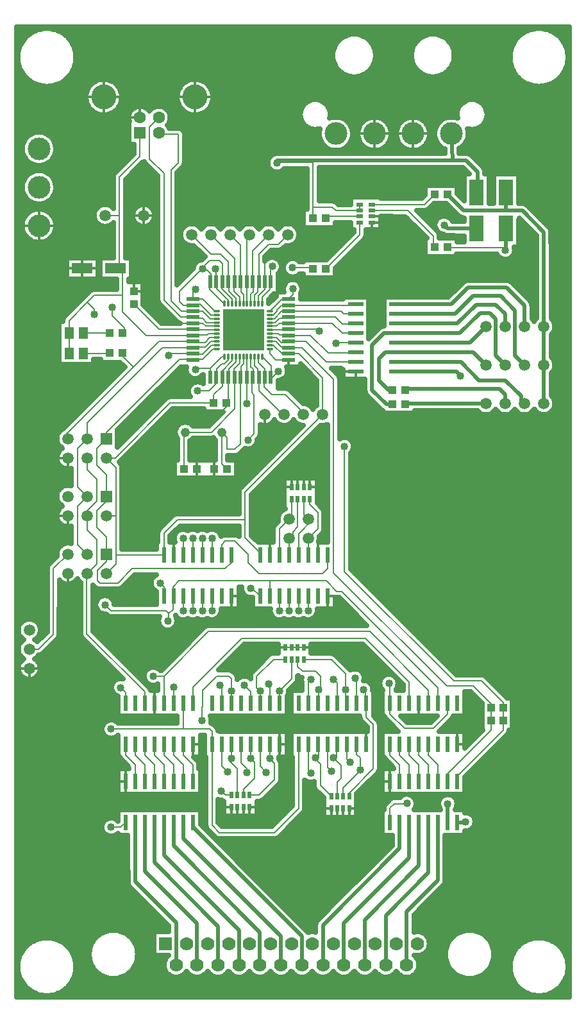
<source format=gbr>
G04 DipTrace 3.0.0.1*
G04 keyboard.Top.gbr*
%MOMM*%
G04 #@! TF.FileFunction,Copper,L1,Top*
G04 #@! TF.Part,Single*
G04 #@! TA.AperFunction,Conductor*
%ADD14C,0.5*%
%ADD15C,0.2*%
G04 #@! TA.AperFunction,CopperBalancing*
%ADD17C,0.635*%
%ADD18C,0.33*%
%ADD20R,1.1X1.0*%
%ADD21R,1.0X1.1*%
%ADD23R,2.7X1.4*%
%ADD25R,1.8X0.5*%
%ADD26R,0.5X1.8*%
%ADD27R,0.6X2.0*%
%ADD28R,2.0X0.6*%
%ADD29R,1.9X3.4*%
G04 #@! TA.AperFunction,ComponentPad*
%ADD30C,1.5*%
%ADD31R,1.5X1.5*%
%ADD32C,3.0*%
%ADD33C,1.778*%
%ADD34R,1.778X1.778*%
%ADD36R,0.55X0.95*%
%ADD38R,0.95X0.55*%
%ADD39R,1.3X1.5*%
%ADD41O,0.85X0.3*%
%ADD42O,0.3X0.85*%
%ADD43R,5.5X5.5*%
G04 #@! TA.AperFunction,ComponentPad*
%ADD44R,1.6X1.6*%
%ADD45C,1.6*%
%ADD46C,3.3*%
%ADD47C,1.2192*%
G04 #@! TA.AperFunction,ViaPad*
%ADD48C,1.016*%
%FSLAX35Y35*%
G04*
G71*
G90*
G75*
G01*
G04 Top*
%LPD*%
X6842000Y12491873D2*
D14*
X6856077Y12140000D1*
X4539250D1*
Y12112500D1*
Y12104500D1*
X5015500Y11374250D2*
D15*
Y11526230D1*
Y12112500D1*
X4539250D1*
X6856077Y12140000D2*
D14*
X7036750D1*
X7191250Y11985500D1*
Y11738250D1*
X7173500Y11720500D1*
Y11240500D2*
X6793250D1*
X6746750Y11287000D1*
X5634753Y11479833D2*
D15*
X5317220D1*
X5270823Y11526230D1*
X5015500D1*
X5634753Y11479833D2*
Y11559833D1*
X3898000Y9280690D2*
Y8970500D1*
X3869750Y8942250D1*
X3745500Y9951940D2*
X3596250D1*
X3555000Y9993190D1*
X3430500D1*
X3428000Y9990690D1*
X3895500Y10251940D2*
Y10296500D1*
X3745500Y10446500D1*
Y10533190D1*
X3738000Y10540690D1*
X4295500Y10251940D2*
Y10352690D1*
X4380500Y10437690D1*
Y10538190D1*
X4378000Y10540690D1*
X3995500Y9551940D2*
Y9481190D1*
X3904250Y9389940D1*
Y9286940D1*
X3898000Y9280690D1*
X3738000Y10540690D2*
Y10699193D1*
X3729627Y10707567D1*
X3869750Y8942250D2*
Y8889750D1*
X3700000Y8720000D1*
X3240000D1*
X3100000Y8580000D1*
Y8000000D1*
X3220000Y7880000D1*
X3382000D1*
X3388000Y7874000D1*
X3428000Y9990690D2*
X3185307D1*
X2762123Y10413873D1*
X2651000D1*
X4378000Y10540690D2*
Y10855000D1*
X4429000Y10906000D1*
X4683000D1*
X4937000Y11160000D1*
X4683000Y11414000D1*
X3888460D1*
X3810170Y11335710D1*
X4651633Y5716603D2*
X4731633D1*
X4811633D1*
X4891633D1*
X4445500Y9651940D2*
Y9589013D1*
X4524620Y9509893D1*
X4687203D1*
X4688000Y9510690D1*
X2285000Y6945190D2*
Y7167440D1*
X2158000Y7294440D1*
Y7516690D1*
X2285000Y7643690D1*
Y7707190D1*
Y7992940D1*
X2158000Y8119940D1*
Y8342190D1*
X2285000Y8469190D1*
Y8548500D1*
X3250500Y9514000D1*
X3428000D1*
Y9510690D1*
X3745500Y9651940D2*
X3690000D1*
X3555000Y9516940D1*
X3434250D1*
X3428000Y9510690D1*
X2285000Y6945190D2*
Y6851000D1*
X2168000Y6734000D1*
Y6594000D1*
X2199500Y6562500D1*
X2436500D1*
X2628000Y6754000D1*
X3857287D1*
X3936550Y6833263D1*
Y6929300D1*
X3935987Y6929863D1*
X2031000Y6691190D2*
X2158000Y6818190D1*
Y7135690D1*
X2031000Y7262690D1*
Y7453190D1*
Y7516690D1*
X2158000Y7643690D1*
Y7929440D1*
X2031000Y8056440D1*
Y8215190D1*
X2793000Y4976940D2*
Y5128997D1*
X2028000Y5893997D1*
Y6688190D1*
X2031000Y6691190D1*
X3428000Y9590690D2*
X3145440D1*
X3119250Y9564500D1*
X3110500D1*
X3745500Y9701940D2*
X3676500D1*
X3555000Y9580440D1*
X3438250D1*
X3428000Y9590690D1*
X4190000Y4246373D2*
Y4437223D1*
X4189987Y4437237D1*
X4097183Y3763773D2*
Y3843157D1*
X4238840Y3984813D1*
Y4197533D1*
X4190000Y4246373D1*
X4444000D2*
Y4437223D1*
X4443987Y4437237D1*
X4177183Y3763773D2*
X4303580D1*
X4508743Y3968937D1*
Y4181630D1*
X4444000Y4246373D1*
X5048000Y4254000D2*
X5088000D1*
Y4427877D1*
X5079000Y4436877D1*
X5048000Y4254000D2*
Y4239390D1*
X5112057Y4175333D1*
Y3890787D1*
X5254947Y3747897D1*
X5288000Y4254000D2*
X5328000D1*
Y4431877D1*
X5333000Y4436877D1*
X5334947Y3747897D2*
Y3937800D1*
X5381960Y3984813D1*
Y4160040D1*
X5288000Y4254000D1*
X3301000Y4436940D2*
Y4294000D1*
X3428000Y4167000D1*
Y3945000D1*
X3174000Y4436940D2*
Y4294000D1*
X3301000Y4167000D1*
Y3945000D1*
X3047000Y4436940D2*
Y4294000D1*
X3174000Y4167000D1*
Y3945000D1*
X2920000Y4436940D2*
Y4294000D1*
X3047000Y4167000D1*
Y3945000D1*
X5794753Y11559833D2*
X6486957D1*
X6618873Y11691750D1*
X6539500Y4436940D2*
Y4294000D1*
X6666500Y4167000D1*
Y3944750D1*
X6412500Y4436940D2*
Y4294000D1*
X6539500Y4167000D1*
Y3944750D1*
X6285500Y4436940D2*
Y4294000D1*
X6412500Y4167000D1*
Y3944750D1*
X5635987Y4095950D2*
Y4254717D1*
X5587000Y4303703D1*
Y4436877D1*
X5414947Y3747897D2*
Y3859033D1*
X5651863Y4095950D1*
X5635987D1*
X2793000Y4436940D2*
Y4294000D1*
X2920000Y4167000D1*
Y3945000D1*
X2666000Y4436940D2*
Y4294000D1*
X2793000Y4167000D1*
Y3945000D1*
X2539000Y4436940D2*
Y4294000D1*
X2666000Y4167000D1*
Y3945000D1*
X3428000Y3405000D2*
D14*
Y3341500D1*
X4868023Y1901477D1*
Y1520940D1*
X5683500Y5156500D2*
D15*
X5703500D1*
Y4987377D1*
X5714000Y4976877D1*
X5494947Y3747897D2*
Y3796143D1*
X5810630Y4111827D1*
Y4699263D1*
X5715370Y4794523D1*
Y4975507D1*
X5714000Y4976877D1*
X5448000Y5154000D2*
Y4988877D1*
X5460000Y4976877D1*
X4891633Y5556603D2*
X5254947D1*
X5445467Y5366083D1*
Y5156533D1*
X5448000Y5154000D1*
X5088000D2*
Y4985877D1*
X5079000Y4976877D1*
X4811633Y5556603D2*
Y5460110D1*
X4873907Y5397837D1*
X5048550D1*
X5112057Y5334330D1*
Y5178057D1*
X5088000Y5154000D1*
X3936000Y5135373D2*
Y4977250D1*
X3935987Y4977237D1*
X3551750Y4749980D2*
Y4937000D1*
X3556143D1*
Y5143640D1*
X3746377Y5333873D1*
X3905127D1*
X3935987Y5303013D1*
Y4977237D1*
X3937183Y3763773D2*
X3860227D1*
X3803500Y3820500D1*
X4317000Y5135373D2*
Y4977250D1*
X4316987Y4977237D1*
X4651633Y5556603D2*
X4492867D1*
X4270593Y5334330D1*
Y5181780D1*
X4317000Y5135373D1*
X4571000D2*
Y4977250D1*
X4570987Y4977237D1*
X4731633Y5556603D2*
Y5296007D1*
X4571000Y5135373D1*
X3658000Y9280690D2*
Y9397690D1*
X3809000Y9548690D1*
X3842250D1*
X3845500Y9551940D1*
X3658000Y9400000D2*
X3438500D1*
X3459750Y9378750D1*
X4745623Y10723380D2*
X5015500D1*
Y10707500D1*
X5794753Y11479833D2*
X6269820D1*
X6604463Y11145190D1*
Y11007660D1*
X6618873Y10993250D1*
X4571000Y6929500D2*
Y7278500D1*
X4698000Y7405500D1*
X4731017Y7668200D2*
Y7438517D1*
X4698000Y7405500D1*
Y6929500D2*
Y7151500D1*
X4811017Y7668200D2*
Y7303653D1*
X4746893Y7239530D1*
Y7200393D1*
X4698000Y7151500D1*
X4825000Y6929500D2*
Y7215000D1*
X5015500Y7405500D1*
X4952000D1*
X4891017Y7668200D2*
Y7466483D1*
X4952000Y7405500D1*
Y6929500D2*
Y7151500D1*
X4971017Y7668200D2*
Y7602843D1*
X5080303Y7493557D1*
Y7279803D1*
X4952000Y7151500D1*
X3428000Y4976940D2*
Y5190310D1*
X4071690Y5834000D1*
X5707877D1*
X6285500Y5256377D1*
Y4976940D1*
X3047000D2*
Y5333000D1*
X3635767Y5921767D1*
X5763000D1*
X6539500Y5145267D1*
Y4976940D1*
X2904987Y5333873D2*
X2905860Y5333000D1*
X3047000D1*
X4746893Y10446617D2*
Y10369583D1*
X4688000Y10310690D1*
X4445500Y10151940D2*
X4604250Y10310690D1*
X4688000D1*
X4298000Y9280690D2*
Y9101447D1*
X4612793Y8786653D1*
X4634097D1*
X4245500Y9551940D2*
Y9429690D1*
X4285250Y9389940D1*
Y9293440D1*
X4298000Y9280690D1*
X4378000D2*
X4368000D1*
Y9154000D1*
X4468000Y9054000D1*
X4648000D1*
X4888097Y8813903D1*
Y8786653D1*
X4295500Y9551940D2*
Y9474940D1*
X4380500Y9389940D1*
Y9283190D1*
X4378000Y9280690D1*
X3995500Y10251940D2*
Y10323500D1*
X3904250Y10414750D1*
Y10534440D1*
X3898000Y10540690D1*
Y10802000D1*
X3794000Y10906000D1*
X3667000D1*
X3413000Y11160000D1*
X4045500Y10251940D2*
Y10337000D1*
X3967750Y10414750D1*
Y10530440D1*
X3978000Y10540690D1*
Y10849000D1*
X3667000Y11160000D1*
X4095500Y10251940D2*
Y10373440D1*
X4063000Y10405940D1*
Y10535690D1*
X4058000Y10540690D1*
Y11023000D1*
X3921000Y11160000D1*
X4145500Y10251940D2*
Y10533190D1*
X4138000Y10540690D1*
Y11123000D1*
X4175000Y11160000D1*
X4195500Y10251940D2*
Y10379690D1*
X4221750Y10405940D1*
Y10536940D1*
X4218000Y10540690D1*
Y10949000D1*
X4429000Y11160000D1*
X4245500Y10251940D2*
Y10366190D1*
X4285250Y10405940D1*
Y10527940D1*
X4298000Y10540690D1*
Y10902000D1*
X4429000Y11033000D1*
X4556000D1*
X4683000Y11160000D1*
X4445500Y10101940D2*
X4489250D1*
X4539250Y10151940D1*
Y10167813D1*
X4602127Y10230690D1*
X4688000D1*
X5570690D1*
X5580000Y10240000D1*
X4445500Y10051940D2*
X4502750D1*
X4601500Y10150690D1*
X4688000D1*
X5389310D1*
X5420000Y10120000D1*
X5573000D1*
X5580000Y10113000D1*
X4445500Y10001940D2*
X4516250D1*
X4571000Y10056690D1*
X4674000D1*
X4688000Y10070690D1*
X5309310D1*
X5400000Y9980000D1*
X5574000D1*
X5580000Y9986000D1*
X4445500Y9951940D2*
X4529750D1*
X4571000Y9993190D1*
X4685500D1*
X4688000Y9990690D1*
X5269310D1*
X5401000Y9859000D1*
X5580000D1*
X4445500Y9751940D2*
X4519433D1*
X4595683Y9675690D1*
X4683000D1*
X4688000Y9670690D1*
X4871877D1*
X5286250Y9256317D1*
Y6700173D1*
X6779550Y5206873D1*
X7127753D1*
X7366543Y4968083D1*
Y4720070D1*
Y4620167D1*
X6794377Y4048000D1*
Y3945627D1*
X6793500Y3944750D1*
X7366543Y4746893D2*
Y4720070D1*
Y4746893D2*
Y4916893D1*
X4445500Y9801940D2*
X4532933D1*
X4595683Y9739190D1*
X4676500D1*
X4688000Y9750690D1*
X4918890D1*
X5189080Y9480500D1*
X5577500D1*
X5580000Y9478000D1*
X4445500Y9901940D2*
X4679250D1*
X4688000Y9910690D1*
X5076423D1*
X5096180Y9890933D1*
X5429130Y8366000D2*
X5429590D1*
Y6715600D1*
X6874817Y5270373D1*
X7238877D1*
X7525310Y4983940D1*
Y4733427D1*
Y4619880D1*
X6937250Y4031820D1*
Y3944750D1*
X6920500D1*
X7525310Y4746893D2*
Y4733427D1*
Y4916893D2*
Y4746893D1*
X1983200Y9865707D2*
X2332027D1*
X2332523Y9866203D1*
X4138000Y9280690D2*
Y8933940D1*
X4142373Y8929567D1*
X4145500Y9551940D2*
Y9288190D1*
X4138000Y9280690D1*
X5580000Y9732000D2*
X5318750D1*
X5318000Y9731250D1*
X5634753Y11399833D2*
X5211083D1*
X5185500Y11374250D1*
X6158500Y4436940D2*
Y4294000D1*
X6285500Y4167000D1*
Y3944750D1*
X6031500Y4436940D2*
Y4294000D1*
X6158500Y4167000D1*
Y3944750D1*
Y3404750D2*
D14*
Y3062550D1*
X5144890Y2048940D1*
Y1520940D1*
X6120000Y10240000D2*
X6842750D1*
X7064250Y10461500D1*
X7572250D1*
X7809500Y10224250D1*
Y9945500D1*
X6120000Y10113000D2*
X6890377D1*
X7127753Y10350377D1*
X7492873D1*
X7682500Y10160750D1*
Y9564500D1*
X7809500Y9437500D1*
X6120000Y9986000D2*
X6922127D1*
X7175377Y10239250D1*
X7429377D1*
X7555500Y10113127D1*
Y9945500D1*
X6120000Y9859000D2*
X6953877D1*
X7223000Y10128123D1*
X7350003D1*
X7429377Y10048750D1*
Y9563623D1*
X7555500Y9437500D1*
X6064123Y8921623D2*
X5984750D1*
X5794250Y9112123D1*
Y9699500D1*
X5953750Y9859000D1*
X6120000D1*
Y9732000D2*
X7088000D1*
X7301500Y9945500D1*
X6120000Y9605000D2*
X7134000D1*
X7301500Y9437500D1*
X6120000Y9605000D2*
X5969627D1*
X5889500Y9524873D1*
Y9239123D1*
X6016500Y9112123D1*
X6064123D1*
X6285500Y3404750D2*
Y2935523D1*
X5421723Y2071747D1*
Y1520940D1*
X6412500Y3404750D2*
Y2832000D1*
X5698590Y2118090D1*
Y1520940D1*
X7563500Y11240500D2*
Y10953623D1*
X7556377D1*
X2348500Y3341500D2*
D15*
X2475500D1*
X2539000Y3405000D1*
X6031500Y3404750D2*
Y3595500D1*
X6087403Y3651403D1*
X6260963D1*
X6257000Y3655367D1*
X7556377Y10953623D2*
Y10985373D1*
X6796750D1*
X6788873Y10993250D1*
X6539500Y3404750D2*
D14*
Y2738250D1*
X5975457Y2174207D1*
Y1520940D1*
X6666500Y3404750D2*
Y2641233D1*
X6252323Y2227057D1*
Y1520940D1*
X6120000Y9478000D2*
X6968250D1*
X7207127Y9239123D1*
X7556377D1*
X7762750Y9032750D1*
Y8976250D1*
X7809500Y8929500D1*
X4345500Y9551940D2*
D15*
Y9546123D1*
X4461113Y9430510D1*
Y9283803D1*
X4458000Y9280690D1*
X4478777D1*
X4555740Y9357653D1*
X2364760Y10199117D2*
Y10087980D1*
X2523527Y9929213D1*
Y9866203D1*
X2502523D1*
X3808987Y6929863D2*
Y7070863D1*
X3857167Y7119043D1*
X3984180D1*
X4158823Y6944400D1*
Y6833263D1*
X4301713Y6690373D1*
X5143177D1*
X5206683Y6753880D1*
Y6928817D1*
X5206000Y6929500D1*
X3491500Y9097190D2*
X3643250D1*
X3745500Y9199440D1*
Y9273190D1*
X3738000Y9280690D1*
X3895500Y9551940D2*
Y9508190D1*
X3840750Y9453440D1*
X3809000D1*
X3745500Y9389940D1*
Y9288190D1*
X3738000Y9280690D1*
X1269270Y5690143D2*
X1387220D1*
X1584510Y5887433D1*
Y6752700D1*
X1777000Y6945190D1*
X5634753Y11319833D2*
Y11156753D1*
X5185500Y10707500D1*
X3301000Y3405000D2*
D14*
Y3192097D1*
X4591157Y1901940D1*
Y1520940D1*
X8063500Y8929500D2*
Y9437500D1*
Y9945500D1*
X6120000Y9351000D2*
X6908123D1*
X6959750Y9299373D1*
X8063500Y9945500D2*
Y11192623D1*
X7778623Y11477500D1*
X7563500D1*
Y11720500D1*
Y11477500D2*
X7003123D1*
X6788873Y11691750D1*
X3174000Y3405000D2*
Y3096823D1*
X4314290Y1956533D1*
Y1520940D1*
X4445500Y9851940D2*
D15*
X4553500D1*
X4571000Y9834440D1*
X4684250D1*
X4688000Y9830690D1*
X4981780D1*
X5212470Y9600000D1*
X5575000D1*
X5580000Y9605000D1*
X3428000Y9750690D2*
X2979190D1*
X2642730Y9414230D1*
X1763500Y8535000D1*
Y8469190D1*
X1777000D1*
X3745500Y9801940D2*
X3649500D1*
X3586750Y9739190D1*
X3439500D1*
X3428000Y9750690D1*
X2502523Y9596300D2*
Y9554437D1*
X2642730Y9414230D1*
X3978000Y9280690D2*
Y8860440D1*
X3671560Y8554000D1*
X3328000D1*
X3308000Y8067000D2*
Y8534000D1*
X3328000Y8554000D1*
X4045500Y9551940D2*
Y9467690D1*
X3967750Y9389940D1*
Y9290940D1*
X3978000Y9280690D1*
X4095500Y9551940D2*
Y9454190D1*
X4063000Y9421690D1*
Y9285690D1*
X4058000Y9280690D1*
Y8400627D1*
X3983623Y8326250D1*
X3878000D1*
Y8486600D1*
X3810600Y8554000D1*
Y8134400D1*
X3878000Y8067000D1*
X1983200Y9595803D2*
X2332027D1*
X2332523Y9596300D1*
X3046987Y6389863D2*
Y6513767D1*
X2998253Y6562500D1*
X4218000Y9280690D2*
X4206453D1*
Y9071873D1*
X4238207Y9040120D1*
Y8532067D1*
X4158823Y8452683D1*
X4195500Y9551940D2*
Y9416190D1*
X4221750Y9389940D1*
Y9284440D1*
X4218000Y9280690D1*
X4191210Y6493327D2*
X4213173D1*
X4317000Y6389500D1*
X3047000Y3405000D2*
D14*
Y2969797D1*
X4037423Y1979373D1*
Y1520940D1*
X2920000Y3405000D2*
Y2874523D1*
X3760590Y2033933D1*
Y1520940D1*
X2793000Y3405000D2*
Y2763373D1*
X3483723Y2072650D1*
Y1520940D1*
X3428000Y10310690D2*
D15*
Y10405940D1*
X3459750Y10437690D1*
X3745500Y10151940D2*
X3713750D1*
X3555000Y10310690D1*
X3428000D1*
X2666000Y3405000D2*
D14*
Y2620470D1*
X3206857Y2079613D1*
Y1520940D1*
X3936000Y4246373D2*
D15*
Y4437223D1*
X3935987Y4437237D1*
X4017183Y3763773D2*
Y4111210D1*
X3921307Y4207087D1*
Y4246373D1*
X3936000D1*
X3745500Y10051940D2*
X3655000D1*
X3556250Y10150690D1*
X3428000D1*
X3279310D1*
X3142250Y10287750D1*
Y12009250D1*
X3237500Y12104500D1*
Y12485500D1*
X2979500D1*
Y12505500D1*
X3745500Y10001940D2*
X3609750D1*
X3555000Y10056690D1*
X3442000D1*
X3428000Y10070690D1*
X3271060D1*
X3047000Y10294750D1*
Y11970500D1*
X2856500Y12161000D1*
Y12582500D1*
X2979500Y12705500D1*
X3428000Y9910690D2*
X2984183D1*
X2651000Y10243873D1*
X3745500Y9901940D2*
X3436750D1*
X3428000Y9910690D1*
X3808987Y4437237D2*
Y4150657D1*
X3888920Y4070723D1*
X3301000Y6199000D2*
Y6389850D1*
X3300987Y6389863D1*
X4062987Y4437237D2*
Y4192420D1*
X4143580Y4111827D1*
Y4064197D1*
X3428000Y6199000D2*
Y6389850D1*
X3427987Y6389863D1*
X4316987Y4437237D2*
Y4144817D1*
X4397607Y4064197D1*
X3555000Y6199000D2*
Y6389850D1*
X3554987Y6389863D1*
X4952000Y4436877D2*
Y4087257D1*
X4984410Y4054847D1*
X3555000Y7151500D2*
Y6929877D1*
X3554987Y6929863D1*
X5206000Y4436877D2*
Y4129020D1*
X5254947Y4080073D1*
X3682000Y7151500D2*
Y6929877D1*
X3681987Y6929863D1*
X5460000Y4436877D2*
Y4244000D1*
X5503500Y4200500D1*
X4698000Y6389500D2*
Y6199000D1*
X3808987Y4977237D2*
Y5193013D1*
X3788000Y5214000D1*
X3682000Y6199000D2*
Y6389850D1*
X3681987Y6389863D1*
X4189987Y4977237D2*
Y5132013D1*
X4108000Y5214000D1*
X3301000Y7151500D2*
Y6929877D1*
X3300987Y6929863D1*
X4443987Y4977237D2*
Y5218013D1*
X4428000Y5234000D1*
X3428000Y7151500D2*
Y6929877D1*
X3427987Y6929863D1*
X4952000Y4976877D2*
Y5253657D1*
X4985043Y5286700D1*
X4571000Y6389500D2*
Y6199000D1*
X5333000Y4976877D2*
Y5244260D1*
X5288000Y5289260D1*
X4825000Y6389500D2*
Y6199000D1*
X5587000Y4976877D2*
Y5290260D1*
X5568000Y5309260D1*
X4952000Y6389500D2*
Y6199000D1*
X6793500Y3404750D2*
D14*
Y3650247D1*
X6794377Y3651123D1*
X7301500Y8929500D2*
X6242000D1*
X6234123Y8921623D1*
X6920500Y3404750D2*
X7024250D1*
X7032500Y3413000D1*
X7555500Y8929500D2*
Y9049500D1*
X7477000Y9128000D1*
X6250000D1*
X6234123Y9112123D1*
X2031000Y8469190D2*
D15*
X1904000Y8342190D1*
Y7834190D1*
X2031000Y7707190D1*
X1904000Y7580190D1*
Y7072190D1*
X2031000Y6945190D1*
X3428000Y9670690D2*
X3026190D1*
X2031000Y8675500D1*
Y8469190D1*
X4444000Y6389500D2*
Y6594000D1*
X3248000D1*
X3168000Y6514000D1*
Y6395850D1*
X3173987Y6389863D1*
X3174000Y4976940D2*
Y5191440D1*
X3095720Y6064657D2*
X3111597D1*
Y6096410D1*
Y6159917D1*
X3168000Y6216320D1*
Y6389863D1*
X3173987D1*
X4444000Y6594000D2*
X5188000D1*
X5329000Y6453000D1*
X5390533D1*
X6666500Y5177033D1*
Y4976940D1*
X2268000Y6276750D2*
Y6279567D1*
X2348567Y6199000D1*
X3072513D1*
X3111597Y6159917D1*
X3745500Y9751940D2*
X3663000D1*
X3586750Y9675690D1*
X3433000D1*
X3428000Y9670690D1*
X2539000Y4976940D2*
Y5119500D1*
X2475500Y5183000D1*
X2349517Y4635757D2*
X3302117D1*
X3651403D1*
X3682880Y4604280D1*
Y4503670D1*
Y3365367D1*
X3778123Y3270123D1*
X4508373D1*
X4825000Y3586750D1*
Y4436877D1*
X2285000Y6691190D2*
X2412000Y6818190D1*
Y6929863D1*
Y7453190D1*
Y8088190D1*
X2285000Y8215190D1*
Y7453190D2*
X2412000D1*
X3046987Y6929863D2*
X2412000D1*
X3818000Y9280690D2*
Y9164000D1*
X3699750Y9045750D1*
Y8942250D1*
X4688000Y9590690D2*
X4824863D1*
X5142500Y9273053D1*
Y8787057D1*
X5142097Y8786653D1*
X6031500Y4976940D2*
Y5253543D1*
X6017027Y5239070D1*
X3046987Y6929863D2*
Y7219987D1*
X3223500Y7396500D1*
X4120000D1*
Y7158000D1*
X4317000Y6961000D1*
Y6929500D1*
X3301000Y4976940D2*
X3302117Y4635757D1*
X2285000Y8215190D2*
X2402190D1*
X3129250Y8942250D1*
X3699750D1*
X3745500Y10101940D2*
X3668500D1*
X3523250Y10247190D1*
X3444500D1*
X3428000Y10230690D1*
X3945500Y10251940D2*
Y10310000D1*
X3809000Y10446500D1*
Y10531690D1*
X3818000Y10540690D1*
X3845500Y10251940D2*
X3836000D1*
X3650250Y10437690D1*
Y10532940D1*
X3658000Y10540690D1*
X4345500Y10251940D2*
Y10339190D1*
X4444000Y10437690D1*
Y10526690D1*
X4458000Y10540690D1*
X3945500Y9551940D2*
Y9494690D1*
X3809000Y9358190D1*
Y9289690D1*
X3818000Y9280690D1*
X4445500Y9701940D2*
X4490060D1*
X4611560Y9580440D1*
X4677750D1*
X4688000Y9590690D1*
X3428000Y10230690D2*
X3301627D1*
X3253377Y10278940D1*
Y10413753D1*
X3531313Y10691690D1*
X3555000D1*
X3570877D1*
X3618500D1*
X3666127Y10644063D1*
Y10548817D1*
X3658000Y10540690D1*
X3818000D2*
Y10777940D1*
X3777250Y10818690D1*
X3650250D1*
X3570877Y10739317D1*
Y10691690D1*
X3555000Y10707567D2*
Y10691690D1*
X4458000Y10540690D2*
Y10721567D1*
X4475750Y10739317D1*
X4120000Y7396500D2*
Y7764557D1*
X5142097Y8786653D1*
X6793500Y4976940D2*
Y4833750D1*
X6603000Y4643250D1*
X6222000D1*
X6031500Y4833750D1*
Y4976940D1*
X3681987Y4437237D2*
D14*
X3682880Y4503670D1*
X2408000Y10714000D2*
D15*
X2500000D1*
Y10358250D1*
Y10142000D1*
X2811310Y9830690D1*
X3428000D1*
X3745500Y9851940D2*
X3636000D1*
X3618500Y9834440D1*
X3431750D1*
X3428000Y9830690D1*
X1793200Y9865707D2*
Y10025200D1*
X2034890Y10266890D1*
X2126250Y10358250D1*
X2500000D1*
X1793200Y9595803D2*
Y9865707D1*
X2729500Y12505500D2*
Y12191000D1*
X2460500Y11922000D1*
Y11414000D1*
Y10766500D1*
X2408000Y10714000D1*
X2127127Y10112240D2*
Y10174653D1*
X2034890Y10266890D1*
X2270000Y11414000D2*
X2460500D1*
D48*
X3174000Y5191440D3*
X3095720Y6064657D3*
X2349517Y4635757D3*
X6017027Y5239070D3*
X4444000Y4246373D3*
X4190000D3*
X3936000D3*
X4571000Y5135373D3*
X4317000D3*
X3936000D3*
X5683500Y5156500D3*
X5448000Y5154000D3*
X5088000D3*
X5048000Y4254000D3*
X5288000D3*
X5635987Y4095950D3*
X3459750Y9378750D3*
X4745623Y10723380D3*
X3822880Y3386627D3*
X4122880D3*
X7556377Y10953623D3*
X6257000Y3655367D3*
X2348500Y3341500D3*
X3803500Y3820500D3*
X3551750Y4749980D3*
X4343497Y3386627D3*
X4142373Y8929567D3*
X5002880Y3386627D3*
X6001150Y3175103D3*
X5600000Y5520000D3*
X5905890Y5366083D3*
X6103500Y6182263D3*
X3110500Y9564500D3*
X5429130Y8366000D3*
X2998253Y6562500D3*
X6440000Y5951137D3*
X4191210Y6493327D3*
X4555740Y9357653D3*
X4158823Y8452683D3*
X2268000Y6276750D3*
X2904987Y5333873D3*
X3459750Y10437690D3*
X2475500Y5183000D3*
X4746893Y10446617D3*
X3788000Y5214000D3*
X4108000D3*
X4428000Y5234000D3*
X4985043Y5286700D3*
X5288000Y5289260D3*
X5568000Y5309260D3*
X3888920Y4070723D3*
X4143580Y4064197D3*
X4397607D3*
X4984410Y4054847D3*
X5254947Y4080073D3*
X5503500Y4200500D3*
X3301000Y6199000D3*
X3428000D3*
X3555000D3*
X3682000D3*
X4571000D3*
X4698000D3*
X4825000D3*
X4952000D3*
X3301000Y7151500D3*
X3428000D3*
X3555000D3*
X3682000D3*
X5411753Y8960000D3*
X4889783Y9128853D3*
X5548000Y7934000D3*
X4828000Y8114000D3*
X3928000Y7594000D3*
X3388000Y7874000D3*
X5206000Y6103750D3*
X4348000Y6114000D3*
X4444000Y7151500D3*
X4000000Y7260000D3*
X6959750Y9299373D3*
X3491500Y9097190D3*
X3809877Y3143123D3*
X2127127Y10112240D3*
X4127377Y3143123D3*
X4349617D3*
X6794377Y3651123D3*
X8248000Y12934000D3*
X7365877Y12412500D3*
X4948000Y12426000D3*
X3745500Y12422000D3*
X3364500Y12215623D3*
X2508000Y12260000D3*
X3268000Y11320000D3*
X3810170Y11335710D3*
X2648000Y10934000D3*
X1840500Y11025000D3*
X1468000Y12774000D3*
X1396000Y5056000D3*
Y10009000D3*
X7032500Y3413000D3*
X7191900Y4699263D3*
X2619420Y6382190D3*
X2748617Y5854000D3*
X1408000Y7914000D3*
Y7154000D3*
X1388000Y6321000D3*
X6032377Y11255250D3*
X1399750Y3974000D3*
Y3294000D3*
X7858000Y10540873D3*
X6778500Y10747250D3*
X5270377Y10398000D3*
X6699127Y11477500D3*
X6683250Y11874373D3*
X1904000Y3976500D3*
X5302127Y11842623D3*
X6460130Y4770250D3*
X3206623Y9175623D3*
X6746750Y11287000D3*
X3729627Y10707567D3*
X3555000D3*
X4475750Y10739317D3*
X5096180Y9890933D3*
X1317533Y2060747D3*
X2364760Y10199117D3*
X4539250Y12104500D3*
X5318000Y9731250D3*
X1104163Y13839083D2*
D17*
X1317557D1*
X1682483D2*
X7817500D1*
X8182427D2*
X8395947D1*
X1104163Y13775917D2*
X1229377D1*
X1770663D2*
X5421120D1*
X5694890D2*
X6461057D1*
X6734950D2*
X7729320D1*
X8270607D2*
X8395947D1*
X1104163Y13712750D2*
X1176293D1*
X1823747D2*
X5340380D1*
X5775630D2*
X6380317D1*
X6815690D2*
X7676240D1*
X8323690D2*
X8395947D1*
X1104163Y13649583D2*
X1142137D1*
X1857977D2*
X5298090D1*
X5817920D2*
X6338150D1*
X6857857D2*
X7642007D1*
X8357920D2*
X8395947D1*
X1878563Y13586417D2*
X5276137D1*
X5839873D2*
X6316197D1*
X6879810D2*
X7621420D1*
X1887743Y13523250D2*
X5269563D1*
X5846447D2*
X6309623D1*
X6886383D2*
X7612243D1*
X1886377Y13460083D2*
X5277377D1*
X5838633D2*
X6317313D1*
X6878693D2*
X7613607D1*
X1874223Y13396917D2*
X5300817D1*
X5815193D2*
X6340753D1*
X6855253D2*
X7625760D1*
X1104163Y13333750D2*
X1149573D1*
X1850410D2*
X5345093D1*
X5770917D2*
X6385153D1*
X6810853D2*
X7649573D1*
X8350357D2*
X8395947D1*
X1104163Y13270583D2*
X1188077D1*
X1811840D2*
X5431663D1*
X5684347D2*
X6471600D1*
X6724283D2*
X7688143D1*
X8311907D2*
X8395947D1*
X1104163Y13207417D2*
X1247980D1*
X1752060D2*
X2200977D1*
X2303963D2*
X3404997D1*
X3507983D2*
X7747923D1*
X8252130D2*
X8395947D1*
X1104163Y13144250D2*
X1354267D1*
X1645773D2*
X2081170D1*
X2423897D2*
X3285190D1*
X3627790D2*
X7854213D1*
X8145717D2*
X8395947D1*
X1104163Y13081083D2*
X2035403D1*
X2469660D2*
X3239423D1*
X3673680D2*
X8395947D1*
X1104163Y13017917D2*
X2014570D1*
X2490497D2*
X3218587D1*
X3694517D2*
X8395947D1*
X1104163Y12954750D2*
X2011840D1*
X2493100D2*
X3215860D1*
X3697120D2*
X8395947D1*
X1104163Y12891583D2*
X2026723D1*
X2478343D2*
X3230743D1*
X3682237D2*
X4905680D1*
X5184410D2*
X6975630D1*
X7254360D2*
X8395947D1*
X1104163Y12828417D2*
X2063310D1*
X2441753D2*
X2636670D1*
X2822383D2*
X2886700D1*
X3072290D2*
X3267330D1*
X3645650D2*
X4859417D1*
X5230547D2*
X6929493D1*
X7300497D2*
X8395947D1*
X1104163Y12765250D2*
X2142560D1*
X2362503D2*
X2585200D1*
X3123760D2*
X3346580D1*
X3566400D2*
X4842303D1*
X5247660D2*
X6912253D1*
X7317737D2*
X8395947D1*
X1104163Y12702083D2*
X2572923D1*
X3136163D2*
X4846270D1*
X5390163D2*
X5753750D1*
X5898163D2*
X6261750D1*
X6406163D2*
X6769750D1*
X7313767D2*
X8395947D1*
X1104163Y12638917D2*
X2572923D1*
X3120537D2*
X4872813D1*
X5488390D2*
X5655650D1*
X5996390D2*
X6163650D1*
X6504390D2*
X6671650D1*
X7287103D2*
X8395947D1*
X1104163Y12575750D2*
X2572923D1*
X3118673D2*
X4938793D1*
X5528077D2*
X5615960D1*
X6036077D2*
X6123960D1*
X6544077D2*
X6631960D1*
X7221247D2*
X8395947D1*
X1104163Y12512583D2*
X1355260D1*
X1436793D2*
X2572923D1*
X3319470D2*
X5092333D1*
X5543703D2*
X5600333D1*
X6051703D2*
X6108333D1*
X6559703D2*
X6616333D1*
X7067703D2*
X8395947D1*
X1104163Y12449417D2*
X1232600D1*
X1559453D2*
X2572923D1*
X3324180D2*
X5095433D1*
X5540480D2*
X5603433D1*
X6048480D2*
X6111433D1*
X6556480D2*
X6619433D1*
X7064480D2*
X8395947D1*
X1104163Y12386250D2*
X1189193D1*
X1602860D2*
X2572923D1*
X3324180D2*
X5118380D1*
X5517660D2*
X5626380D1*
X6025660D2*
X6134380D1*
X6533660D2*
X6642380D1*
X7041660D2*
X8395947D1*
X1104163Y12323083D2*
X1171210D1*
X1620843D2*
X2642870D1*
X3324180D2*
X5170097D1*
X5465943D2*
X5678097D1*
X5973943D2*
X6186097D1*
X6481943D2*
X6694097D1*
X6989943D2*
X8395947D1*
X1104163Y12259917D2*
X1172200D1*
X1619850D2*
X2642870D1*
X3324180D2*
X6749537D1*
X6952983D2*
X8395947D1*
X1104163Y12196750D2*
X1192540D1*
X1599510D2*
X2615337D1*
X3324180D2*
X4454480D1*
X7121160D2*
X8395947D1*
X1104163Y12133583D2*
X1239793D1*
X1552260D2*
X2552210D1*
X3324180D2*
X4415413D1*
X7184287D2*
X8395947D1*
X1104163Y12070417D2*
X2488957D1*
X2728870D2*
X2827170D1*
X3316493D2*
X4416653D1*
X7247413D2*
X8395947D1*
X1104163Y12007250D2*
X2425830D1*
X2665617D2*
X2890297D1*
X3260187D2*
X4460807D1*
X4617747D2*
X4928870D1*
X5102180D2*
X7028340D1*
X7290327D2*
X8395947D1*
X1104163Y11944083D2*
X1235207D1*
X1556847D2*
X2376963D1*
X2602490D2*
X2953550D1*
X3228930D2*
X4928870D1*
X5102180D2*
X7001800D1*
X7345147D2*
X7391853D1*
X7735200D2*
X8395947D1*
X1104163Y11880917D2*
X1190433D1*
X1601620D2*
X2373863D1*
X2547173D2*
X2960370D1*
X3228930D2*
X4928870D1*
X5102180D2*
X7001800D1*
X7345147D2*
X7391853D1*
X7735200D2*
X8395947D1*
X1104163Y11817750D2*
X1171457D1*
X1620470D2*
X2373863D1*
X2547173D2*
X2960370D1*
X3228930D2*
X4928870D1*
X5102180D2*
X7001800D1*
X7345147D2*
X7391853D1*
X7735200D2*
X8395947D1*
X1104163Y11754583D2*
X1171707D1*
X1620223D2*
X2373863D1*
X2547173D2*
X2960370D1*
X3228930D2*
X4928870D1*
X5102180D2*
X6487227D1*
X6920490D2*
X7001800D1*
X7345147D2*
X7391853D1*
X7735200D2*
X8395947D1*
X1104163Y11691417D2*
X1191177D1*
X1600877D2*
X2373863D1*
X2547173D2*
X2960370D1*
X3228930D2*
X4928870D1*
X5102180D2*
X6487227D1*
X6930287D2*
X7001800D1*
X7345147D2*
X7391853D1*
X7735200D2*
X8395947D1*
X1104163Y11628250D2*
X1236940D1*
X1555110D2*
X2373863D1*
X2547173D2*
X2960370D1*
X3228930D2*
X4928870D1*
X5102180D2*
X5510667D1*
X7345147D2*
X7391853D1*
X7735200D2*
X8395947D1*
X1104163Y11565083D2*
X2373863D1*
X2547173D2*
X2960370D1*
X3228930D2*
X4928870D1*
X5351840D2*
X5510667D1*
X6612043D2*
X6774463D1*
X7822510D2*
X8395947D1*
X1104163Y11501917D2*
X2148017D1*
X2547173D2*
X2656017D1*
X2900020D2*
X2960370D1*
X3228930D2*
X4928870D1*
X6548913D2*
X6837593D1*
X7895313D2*
X8395947D1*
X1104163Y11438750D2*
X1237933D1*
X1553997D2*
X2120483D1*
X2547173D2*
X2628483D1*
X2927553D2*
X2960273D1*
X3228930D2*
X4883850D1*
X6430843D2*
X6900720D1*
X7958440D2*
X8395947D1*
X1104163Y11375583D2*
X1191673D1*
X1600380D2*
X2123587D1*
X2547173D2*
X2631587D1*
X2924453D2*
X2960413D1*
X3228930D2*
X4883850D1*
X5918877D2*
X6254187D1*
X6493973D2*
X6657883D1*
X6835657D2*
X7001800D1*
X8021693D2*
X8395947D1*
X1104163Y11312417D2*
X1171953D1*
X1620100D2*
X2159800D1*
X2547173D2*
X2667800D1*
X2888240D2*
X2960370D1*
X3228930D2*
X4883850D1*
X5317113D2*
X5510667D1*
X5918877D2*
X6317313D1*
X6557100D2*
X6622040D1*
X7735200D2*
X7802617D1*
X8084820D2*
X8395947D1*
X1104163Y11249250D2*
X1171333D1*
X1620597D2*
X2373863D1*
X2547173D2*
X2960370D1*
X3228930D2*
X3292010D1*
X4804030D2*
X5510667D1*
X5918877D2*
X6380567D1*
X7735200D2*
X7865747D1*
X8146460D2*
X8395947D1*
X1104163Y11186083D2*
X1189937D1*
X1602117D2*
X2373863D1*
X2547173D2*
X2960370D1*
X3228930D2*
X3263733D1*
X4832307D2*
X5544150D1*
X5721430D2*
X6443693D1*
X7735200D2*
X7928873D1*
X8165190D2*
X8395947D1*
X1104163Y11122917D2*
X1234213D1*
X1557840D2*
X2373863D1*
X2547173D2*
X2960370D1*
X3228930D2*
X3266213D1*
X4829827D2*
X5481023D1*
X5713867D2*
X6506820D1*
X6691047D2*
X7001800D1*
X7735200D2*
X7961863D1*
X8165190D2*
X8395947D1*
X1104163Y11059750D2*
X1368283D1*
X1423770D2*
X2373863D1*
X2547173D2*
X2960370D1*
X3228930D2*
X3301437D1*
X4794480D2*
X5417897D1*
X5657683D2*
X6487227D1*
X7735200D2*
X7961863D1*
X8165190D2*
X8395947D1*
X1104163Y10996583D2*
X2373863D1*
X2547173D2*
X2960370D1*
X3228930D2*
X3456463D1*
X4639450D2*
X5354643D1*
X5594430D2*
X6487227D1*
X7675917D2*
X7961863D1*
X8165190D2*
X8395947D1*
X1104163Y10933417D2*
X2373863D1*
X2547173D2*
X2960370D1*
X3228930D2*
X3519717D1*
X4449323D2*
X5291517D1*
X5531303D2*
X6487227D1*
X7682117D2*
X7961863D1*
X8165190D2*
X8395947D1*
X1104163Y10870250D2*
X2373863D1*
X2547173D2*
X2960370D1*
X3228930D2*
X3581853D1*
X4386193D2*
X5228387D1*
X5468173D2*
X7462173D1*
X7650490D2*
X7961863D1*
X8165190D2*
X8395947D1*
X1104163Y10807083D2*
X1756350D1*
X2619603D2*
X2960370D1*
X3228930D2*
X3479657D1*
X4582400D2*
X4651803D1*
X4839500D2*
X4883850D1*
X5404923D2*
X7961863D1*
X8165190D2*
X8395947D1*
X1104163Y10743917D2*
X1756350D1*
X2619603D2*
X2960370D1*
X3228930D2*
X3433150D1*
X5341793D2*
X7961863D1*
X8165190D2*
X8395947D1*
X1104163Y10680750D2*
X1756350D1*
X2619603D2*
X2960370D1*
X3228930D2*
X3400530D1*
X4588103D2*
X4625883D1*
X5317113D2*
X7961863D1*
X8165190D2*
X8395947D1*
X1104163Y10617583D2*
X1756350D1*
X2619603D2*
X2960370D1*
X3228930D2*
X3337280D1*
X4559580D2*
X4680327D1*
X4810850D2*
X4883850D1*
X5317113D2*
X7961863D1*
X8165190D2*
X8395947D1*
X1104163Y10554417D2*
X2413303D1*
X2586613D2*
X2960370D1*
X3228930D2*
X3274150D1*
X4559580D2*
X4685413D1*
X4808370D2*
X7036773D1*
X7599767D2*
X7961863D1*
X8165190D2*
X8395947D1*
X1104163Y10491250D2*
X2413303D1*
X2777610D2*
X2960370D1*
X4559580D2*
X4627990D1*
X4865793D2*
X6952933D1*
X7683607D2*
X7961863D1*
X8165190D2*
X8395947D1*
X1104163Y10428083D2*
X2080300D1*
X2777610D2*
X2960370D1*
X4559580D2*
X4620920D1*
X4872863D2*
X6889683D1*
X7746733D2*
X7961863D1*
X8165190D2*
X8395947D1*
X1104163Y10364917D2*
X2013080D1*
X2777610D2*
X2960370D1*
X4854630D2*
X6826553D1*
X7809987D2*
X7961863D1*
X8165190D2*
X8395947D1*
X1104163Y10301750D2*
X1949827D1*
X2777610D2*
X2960370D1*
X4434190D2*
X4475440D1*
X5756653D2*
X5943383D1*
X7873113D2*
X7961863D1*
X8165190D2*
X8395947D1*
X1104163Y10238583D2*
X1886700D1*
X2777610D2*
X2983317D1*
X5756653D2*
X5943383D1*
X7910073D2*
X7961863D1*
X8165190D2*
X8395947D1*
X1104163Y10175417D2*
X1823573D1*
X2839373D2*
X3046443D1*
X5756653D2*
X5943383D1*
X7911190D2*
X7961863D1*
X8165190D2*
X8395947D1*
X1104163Y10112250D2*
X1760320D1*
X2902503D2*
X3109570D1*
X5756653D2*
X5943383D1*
X7911190D2*
X7961863D1*
X8165190D2*
X8395947D1*
X1104163Y10049083D2*
X1710213D1*
X2965630D2*
X3172823D1*
X5756653D2*
X5943383D1*
X7917760D2*
X7955290D1*
X8171760D2*
X8395947D1*
X1104163Y9985917D2*
X1651553D1*
X5756653D2*
X5943383D1*
X8209463D2*
X8395947D1*
X1104163Y9922750D2*
X1651553D1*
X5756653D2*
X5876410D1*
X8213310D2*
X8395947D1*
X1104163Y9859583D2*
X1651553D1*
X5756653D2*
X5813283D1*
X8187017D2*
X8395947D1*
X1104163Y9796417D2*
X1651553D1*
X8165190D2*
X8395947D1*
X1104163Y9733250D2*
X1651553D1*
X8165190D2*
X8395947D1*
X1104163Y9670083D2*
X1651553D1*
X8165190D2*
X8395947D1*
X1104163Y9606917D2*
X1651553D1*
X8165190D2*
X8395947D1*
X1104163Y9543750D2*
X1651553D1*
X8168910D2*
X8395947D1*
X1104163Y9480583D2*
X1651553D1*
X2124873D2*
X2200850D1*
X8208597D2*
X8395947D1*
X1104163Y9417417D2*
X2519593D1*
X8213807D2*
X8395947D1*
X1104163Y9354250D2*
X2462913D1*
X3210700D2*
X3334797D1*
X4683107D2*
X4941397D1*
X5308183D2*
X5403383D1*
X8188877D2*
X8395947D1*
X1104163Y9291083D2*
X2399660D1*
X3147447D2*
X3369897D1*
X4663263D2*
X5004527D1*
X5364987D2*
X5403263D1*
X8165190D2*
X8395947D1*
X1104163Y9227917D2*
X2336533D1*
X3084320D2*
X3556303D1*
X4559580D2*
X5055870D1*
X5372923D2*
X5692607D1*
X8165190D2*
X8395947D1*
X1104163Y9164750D2*
X2273407D1*
X3021193D2*
X3384657D1*
X4559580D2*
X5055870D1*
X5372923D2*
X5692607D1*
X8165190D2*
X8395947D1*
X1104163Y9101583D2*
X2210153D1*
X2957940D2*
X3364190D1*
X4720313D2*
X5055870D1*
X5372923D2*
X5693227D1*
X8165190D2*
X8395947D1*
X1104163Y9038417D2*
X2147027D1*
X2894813D2*
X3379323D1*
X4783440D2*
X5055870D1*
X5372923D2*
X5726837D1*
X8166057D2*
X8395947D1*
X1104163Y8975250D2*
X2083897D1*
X2831683D2*
X3042350D1*
X4846693D2*
X5055870D1*
X5372923D2*
X5789967D1*
X8207730D2*
X8395947D1*
X1104163Y8912083D2*
X2020647D1*
X2768433D2*
X2979223D1*
X4967740D2*
X5055870D1*
X5372923D2*
X5853217D1*
X8214053D2*
X8395947D1*
X1104163Y8848917D2*
X1957517D1*
X2705303D2*
X2915970D1*
X3155757D2*
X3568087D1*
X5372923D2*
X5916843D1*
X8190737D2*
X8395947D1*
X1104163Y8785750D2*
X1894390D1*
X2642177D2*
X2852843D1*
X3092630D2*
X3783390D1*
X5372923D2*
X7274030D1*
X7328900D2*
X7528030D1*
X7582900D2*
X7782030D1*
X7836900D2*
X8036030D1*
X8090900D2*
X8395947D1*
X1104163Y8722583D2*
X1831137D1*
X2578923D2*
X2789713D1*
X3029503D2*
X3720263D1*
X5372923D2*
X8395947D1*
X1104163Y8659417D2*
X1768010D1*
X2515797D2*
X2726463D1*
X2966373D2*
X3243517D1*
X3412487D2*
X3657133D1*
X4456640D2*
X4557547D1*
X4710640D2*
X4811547D1*
X5372923D2*
X8395947D1*
X1104163Y8596250D2*
X1700170D1*
X2452670D2*
X2663337D1*
X2903123D2*
X3197380D1*
X4324803D2*
X4831760D1*
X5071547D2*
X5199613D1*
X5372923D2*
X8395947D1*
X1104163Y8533083D2*
X1640143D1*
X2436670D2*
X2600207D1*
X2839993D2*
X3192047D1*
X4324803D2*
X4768633D1*
X5008420D2*
X5199613D1*
X5372923D2*
X8395947D1*
X1104163Y8469917D2*
X1625383D1*
X2436670D2*
X2537080D1*
X2776867D2*
X3220820D1*
X3435183D2*
X3703520D1*
X4295907D2*
X4705503D1*
X4945293D2*
X5199613D1*
X5497693D2*
X8395947D1*
X1104163Y8406750D2*
X1639520D1*
X2436670D2*
X2473827D1*
X2713613D2*
X3221317D1*
X3394627D2*
X3723983D1*
X4277177D2*
X4642253D1*
X4882040D2*
X5199613D1*
X5549533D2*
X8395947D1*
X1104163Y8343583D2*
X1697690D1*
X2650487D2*
X3221317D1*
X3394627D2*
X3723983D1*
X4217770D2*
X4579127D1*
X4818913D2*
X5199613D1*
X5554497D2*
X8395947D1*
X1104163Y8280417D2*
X1640887D1*
X2587357D2*
X3221317D1*
X3394627D2*
X3723983D1*
X4057657D2*
X4515997D1*
X4755783D2*
X5199613D1*
X5521133D2*
X8395947D1*
X1104163Y8217250D2*
X1625383D1*
X2524107D2*
X3221317D1*
X3394627D2*
X3723983D1*
X3897293D2*
X4452747D1*
X4692533D2*
X5199613D1*
X5516173D2*
X8395947D1*
X1104163Y8154083D2*
X1638777D1*
X2466063D2*
X3176420D1*
X4009660D2*
X4389617D1*
X4629403D2*
X5199613D1*
X5516173D2*
X8395947D1*
X1104163Y8090917D2*
X1695333D1*
X2498557D2*
X3176420D1*
X4009660D2*
X4326490D1*
X4566277D2*
X5199613D1*
X5516173D2*
X8395947D1*
X1104163Y8027750D2*
X1817370D1*
X2498680D2*
X3176420D1*
X4009660D2*
X4263237D1*
X4503150D2*
X5199613D1*
X5516173D2*
X8395947D1*
X1104163Y7964583D2*
X1817370D1*
X2498680D2*
X3176420D1*
X4009660D2*
X4200110D1*
X4439897D2*
X5199613D1*
X5516173D2*
X8395947D1*
X1104163Y7901417D2*
X1817370D1*
X2498680D2*
X4136980D1*
X4376770D2*
X4626873D1*
X5075143D2*
X5199613D1*
X5516173D2*
X8395947D1*
X1104163Y7838250D2*
X1707983D1*
X2498680D2*
X4073853D1*
X4313640D2*
X4626873D1*
X5075143D2*
X5199613D1*
X5516173D2*
X8395947D1*
X1104163Y7775083D2*
X1642250D1*
X2498680D2*
X4034043D1*
X4250390D2*
X4626873D1*
X5075143D2*
X5199613D1*
X5516173D2*
X8395947D1*
X1104163Y7711917D2*
X1625383D1*
X2498680D2*
X4033297D1*
X4206607D2*
X4626873D1*
X5075143D2*
X5199613D1*
X5516173D2*
X8395947D1*
X1104163Y7648750D2*
X1637660D1*
X2498680D2*
X4033297D1*
X4206607D2*
X4626873D1*
X5075143D2*
X5199613D1*
X5516173D2*
X8395947D1*
X1104163Y7585583D2*
X1691117D1*
X2498680D2*
X4033297D1*
X4206607D2*
X4626873D1*
X5108133D2*
X5199613D1*
X5516173D2*
X8395947D1*
X1104163Y7522417D2*
X1642870D1*
X2498680D2*
X4033297D1*
X4206607D2*
X4605417D1*
X5161590D2*
X5199613D1*
X5516173D2*
X8395947D1*
X1104163Y7459250D2*
X1625507D1*
X2498680D2*
X3167117D1*
X4206607D2*
X4556677D1*
X5166923D2*
X5199613D1*
X5516173D2*
X8395947D1*
X1104163Y7396083D2*
X1637040D1*
X2498680D2*
X3103247D1*
X4206607D2*
X4546630D1*
X5166923D2*
X5199613D1*
X5516173D2*
X8395947D1*
X1104163Y7332917D2*
X1689130D1*
X2498680D2*
X3039993D1*
X4206607D2*
X4505580D1*
X5166923D2*
X5199613D1*
X5516173D2*
X8395947D1*
X1104163Y7269750D2*
X1817370D1*
X2498680D2*
X2977610D1*
X3216653D2*
X3268570D1*
X3333483D2*
X3395570D1*
X3460483D2*
X3522570D1*
X3587483D2*
X3649570D1*
X3714483D2*
X4033423D1*
X4206607D2*
X4484370D1*
X5166300D2*
X5199613D1*
X5516173D2*
X8395947D1*
X1104163Y7206583D2*
X1817370D1*
X2498680D2*
X2960370D1*
X3153527D2*
X3186810D1*
X3796213D2*
X4033423D1*
X4206607D2*
X4484370D1*
X5126987D2*
X5199613D1*
X5516173D2*
X8395947D1*
X1104163Y7143417D2*
X1817370D1*
X2498680D2*
X2960370D1*
X3133680D2*
X3173817D1*
X4254480D2*
X4484370D1*
X5103423D2*
X5199613D1*
X5516173D2*
X8395947D1*
X1104163Y7080250D2*
X1717037D1*
X2498680D2*
X2940403D1*
X5516173D2*
X8395947D1*
X1104163Y7017083D2*
X1644360D1*
X2498680D2*
X2940403D1*
X5516173D2*
X8395947D1*
X1104163Y6953917D2*
X1625630D1*
X5516173D2*
X8395947D1*
X1104163Y6890750D2*
X1602687D1*
X5516173D2*
X8395947D1*
X1104163Y6827583D2*
X1539433D1*
X5516173D2*
X8395947D1*
X1104163Y6764417D2*
X1498753D1*
X5516173D2*
X8395947D1*
X1104163Y6701250D2*
X1497887D1*
X5563797D2*
X8395947D1*
X1104163Y6638083D2*
X1497887D1*
X2632007D2*
X2897243D1*
X5627050D2*
X8395947D1*
X1104163Y6574917D2*
X1497887D1*
X1870503D2*
X1937550D1*
X2568753D2*
X2871447D1*
X5690177D2*
X8395947D1*
X1104163Y6511750D2*
X1497887D1*
X1671197D2*
X1941393D1*
X2505627D2*
X2881990D1*
X5753303D2*
X8395947D1*
X1104163Y6448583D2*
X1497887D1*
X1671197D2*
X1941393D1*
X2114580D2*
X2940403D1*
X5816557D2*
X8395947D1*
X1104163Y6385417D2*
X1497887D1*
X1671197D2*
X1941393D1*
X2114580D2*
X2208170D1*
X2327777D2*
X2940403D1*
X4042650D2*
X4129913D1*
X5879683D2*
X8395947D1*
X1104163Y6322250D2*
X1497887D1*
X1671197D2*
X1941393D1*
X2114580D2*
X2149383D1*
X2386563D2*
X2940403D1*
X4042650D2*
X4210403D1*
X5312650D2*
X5401400D1*
X5942813D2*
X8395947D1*
X1104163Y6259083D2*
X1497887D1*
X1671197D2*
X1941393D1*
X4042650D2*
X4210403D1*
X5312650D2*
X5464530D1*
X6006063D2*
X8395947D1*
X1104163Y6195917D2*
X1497887D1*
X1671197D2*
X1941393D1*
X2114580D2*
X2171457D1*
X3809360D2*
X4443567D1*
X5079360D2*
X5527780D1*
X6069193D2*
X8395947D1*
X1104163Y6132750D2*
X1497887D1*
X1671197D2*
X1941393D1*
X2114580D2*
X2296847D1*
X3789767D2*
X4463287D1*
X5059767D2*
X5590907D1*
X6132320D2*
X8395947D1*
X1104163Y6069583D2*
X1189563D1*
X1348983D2*
X1497887D1*
X1671197D2*
X1941393D1*
X2114580D2*
X2968433D1*
X3223103D2*
X5654037D1*
X6195447D2*
X8395947D1*
X1406903Y6006417D2*
X1497887D1*
X1671197D2*
X1941393D1*
X2114580D2*
X2983190D1*
X3208220D2*
X5717163D1*
X6258700D2*
X8395947D1*
X1420917Y5943250D2*
X1497887D1*
X1671197D2*
X1941393D1*
X2114580D2*
X3537327D1*
X6321827D2*
X8395947D1*
X1406037Y5880083D2*
X1457207D1*
X1670827D2*
X1942633D1*
X2161833D2*
X3474200D1*
X6384957D2*
X8395947D1*
X1104163Y5816917D2*
X1191920D1*
X1346627D2*
X1394080D1*
X1633867D2*
X1985173D1*
X2224963D2*
X3411073D1*
X6448207D2*
X8395947D1*
X1570737Y5753750D2*
X2048303D1*
X2288090D2*
X3347820D1*
X6511337D2*
X8395947D1*
X1507610Y5690583D2*
X2111553D1*
X2351343D2*
X3284693D1*
X4048230D2*
X4547500D1*
X4995770D2*
X5731427D1*
X6574463D2*
X8395947D1*
X1443737Y5627417D2*
X2174683D1*
X2414470D2*
X3221563D1*
X3984980D2*
X4448653D1*
X5299130D2*
X5794553D1*
X6637717D2*
X8395947D1*
X1104163Y5564250D2*
X1190433D1*
X1348117D2*
X2237810D1*
X2477597D2*
X3158313D1*
X3921850D2*
X4380563D1*
X5367220D2*
X5857683D1*
X6700843D2*
X8395947D1*
X1405540Y5501083D2*
X2301063D1*
X2540850D2*
X3095183D1*
X3858723D2*
X4317437D1*
X5430347D2*
X5920933D1*
X6763970D2*
X8395947D1*
X1420917Y5437917D2*
X2364190D1*
X2603977D2*
X2836720D1*
X2973320D2*
X3032057D1*
X3795470D2*
X4254307D1*
X5493477D2*
X5984063D1*
X6827223D2*
X8395947D1*
X1407277Y5374750D2*
X2427320D1*
X2667107D2*
X2784630D1*
X3984110D2*
X4194900D1*
X5676163D2*
X6047190D1*
X6890350D2*
X8395947D1*
X1104163Y5311583D2*
X1188077D1*
X1350473D2*
X2490570D1*
X2730357D2*
X2779670D1*
X4818293D2*
X4860163D1*
X5695387D2*
X5913740D1*
X7317613D2*
X8395947D1*
X1104163Y5248417D2*
X2367290D1*
X4802663D2*
X4863760D1*
X5768683D2*
X5889930D1*
X7380740D2*
X8395947D1*
X1104163Y5185250D2*
X2348067D1*
X2856613D2*
X2960370D1*
X4740777D2*
X4865370D1*
X5807503D2*
X5902207D1*
X6131823D2*
X6198870D1*
X7443867D2*
X8395947D1*
X1104163Y5122083D2*
X2364440D1*
X5820650D2*
X5924903D1*
X7027150D2*
X7092583D1*
X7507120D2*
X8395947D1*
X1104163Y5058917D2*
X2432403D1*
X4677650D2*
X4718403D1*
X5820650D2*
X5924903D1*
X7027150D2*
X7155837D1*
X7570247D2*
X8395947D1*
X1104163Y4995750D2*
X2432403D1*
X4677650D2*
X4718403D1*
X5820650D2*
X5924903D1*
X7027150D2*
X7218963D1*
X7651980D2*
X8395947D1*
X1104163Y4932583D2*
X2432403D1*
X4677650D2*
X4718403D1*
X5820650D2*
X5924903D1*
X7027150D2*
X7239923D1*
X7651980D2*
X8395947D1*
X1104163Y4869417D2*
X2432403D1*
X4677650D2*
X4718403D1*
X5820650D2*
X5924903D1*
X7027150D2*
X7239923D1*
X7651980D2*
X8395947D1*
X1104163Y4806250D2*
X3214867D1*
X3665370D2*
X5628737D1*
X5823503D2*
X5949707D1*
X6178953D2*
X6646100D1*
X6875343D2*
X7239923D1*
X7651980D2*
X8395947D1*
X1104163Y4743083D2*
X2287047D1*
X2411990D2*
X3215117D1*
X3679013D2*
X5647340D1*
X5884273D2*
X6002293D1*
X6242080D2*
X6582973D1*
X6822760D2*
X7239923D1*
X7651980D2*
X8395947D1*
X1104163Y4679917D2*
X2230370D1*
X3727133D2*
X5710093D1*
X5897297D2*
X6065423D1*
X6759507D2*
X7239923D1*
X7651980D2*
X8395947D1*
X1104163Y4616750D2*
X2223547D1*
X3768557D2*
X5723987D1*
X5897297D2*
X6128550D1*
X6696380D2*
X7243273D1*
X7611920D2*
X8395947D1*
X1104163Y4553583D2*
X2254183D1*
X3534650D2*
X3575403D1*
X4677650D2*
X4718403D1*
X7027150D2*
X7180020D1*
X7578930D2*
X8395947D1*
X1104163Y4490417D2*
X2432403D1*
X3534650D2*
X3575403D1*
X4677650D2*
X4718403D1*
X7027150D2*
X7116893D1*
X7515800D2*
X8395947D1*
X1104163Y4427250D2*
X2432403D1*
X3534650D2*
X3575403D1*
X4677650D2*
X4718403D1*
X7452550D2*
X8395947D1*
X1104163Y4364083D2*
X2432403D1*
X3534650D2*
X3575403D1*
X4677650D2*
X4718403D1*
X7389423D2*
X8395947D1*
X1104163Y4300917D2*
X2432403D1*
X3534650D2*
X3575403D1*
X4677650D2*
X4718403D1*
X7326293D2*
X8395947D1*
X1104163Y4237750D2*
X2475317D1*
X3477103D2*
X3596240D1*
X4572477D2*
X4738370D1*
X5897297D2*
X5967817D1*
X7263043D2*
X8395947D1*
X1104163Y4174583D2*
X2538567D1*
X3514310D2*
X3596240D1*
X4595423D2*
X4738370D1*
X5897297D2*
X6031067D1*
X7199913D2*
X8395947D1*
X1104163Y4111417D2*
X2432403D1*
X3534650D2*
X3596240D1*
X4595423D2*
X4738370D1*
X7136787D2*
X8395947D1*
X1104163Y4048250D2*
X2432403D1*
X3534650D2*
X3596240D1*
X4595423D2*
X4738370D1*
X5866910D2*
X5924903D1*
X7073533D2*
X8395947D1*
X1104163Y3985083D2*
X2432403D1*
X3534650D2*
X3596240D1*
X4595423D2*
X4738370D1*
X5803783D2*
X5924903D1*
X7027150D2*
X8395947D1*
X1104163Y3921917D2*
X2432403D1*
X3534650D2*
X3596240D1*
X4580167D2*
X4738370D1*
X4911680D2*
X5025360D1*
X5740653D2*
X5924903D1*
X7027150D2*
X8395947D1*
X1104163Y3858750D2*
X2432403D1*
X3534650D2*
X3596240D1*
X4518403D2*
X4738370D1*
X4911680D2*
X5032060D1*
X5677403D2*
X5924903D1*
X7027150D2*
X8395947D1*
X1104163Y3795583D2*
X2432403D1*
X3534650D2*
X3596240D1*
X4455277D2*
X4738370D1*
X4911680D2*
X5087373D1*
X5614273D2*
X5924903D1*
X7027150D2*
X8395947D1*
X1104163Y3732417D2*
X3596240D1*
X4392147D2*
X4738370D1*
X4911680D2*
X5150500D1*
X5599143D2*
X6157200D1*
X6356803D2*
X6698313D1*
X6890477D2*
X8395947D1*
X1104163Y3669250D2*
X3596240D1*
X3769550D2*
X3833000D1*
X4281270D2*
X4738370D1*
X4911680D2*
X5150750D1*
X5599143D2*
X5985303D1*
X6383593D2*
X6668300D1*
X6920490D2*
X8395947D1*
X1104163Y3606083D2*
X3596240D1*
X3769550D2*
X3833000D1*
X4281270D2*
X4724480D1*
X4911680D2*
X5150750D1*
X5599143D2*
X5945617D1*
X6373917D2*
X6675617D1*
X6913173D2*
X8395947D1*
X1104163Y3542917D2*
X2432403D1*
X3534650D2*
X3596240D1*
X3769550D2*
X3833000D1*
X4281270D2*
X4661230D1*
X4898660D2*
X5150750D1*
X5599143D2*
X5924903D1*
X7027150D2*
X8395947D1*
X1104163Y3479750D2*
X2432403D1*
X3534650D2*
X3596240D1*
X3769550D2*
X4598100D1*
X4837887D2*
X5150750D1*
X5599143D2*
X5924903D1*
X7139887D2*
X8395947D1*
X1104163Y3416583D2*
X2247113D1*
X3534650D2*
X3596240D1*
X3769550D2*
X4534973D1*
X4774760D2*
X5924903D1*
X7159853D2*
X8395947D1*
X1104163Y3353417D2*
X2221687D1*
X3557220D2*
X3597173D1*
X3814693D2*
X4471720D1*
X4711507D2*
X5924903D1*
X7144227D2*
X8395947D1*
X1104163Y3290250D2*
X2232477D1*
X4648380D2*
X5924903D1*
X7027150D2*
X8395947D1*
X1104163Y3227083D2*
X2302550D1*
X2394503D2*
X2564363D1*
X4585253D2*
X6056863D1*
X6768190D2*
X8395947D1*
X1104163Y3163917D2*
X2564363D1*
X3746730D2*
X6056863D1*
X6768190D2*
X8395947D1*
X1104163Y3100750D2*
X2564363D1*
X3809857D2*
X6055623D1*
X6768190D2*
X8395947D1*
X1104163Y3037583D2*
X2564363D1*
X3872987D2*
X5992373D1*
X6768190D2*
X8395947D1*
X1104163Y2974417D2*
X2564363D1*
X3936237D2*
X5929243D1*
X6768190D2*
X8395947D1*
X1104163Y2911250D2*
X2564363D1*
X3999367D2*
X5866117D1*
X6768190D2*
X8395947D1*
X1104163Y2848083D2*
X2564363D1*
X4062493D2*
X5802863D1*
X6768190D2*
X8395947D1*
X1104163Y2784917D2*
X2564363D1*
X4125747D2*
X5739737D1*
X6768190D2*
X8395947D1*
X1104163Y2721750D2*
X2564363D1*
X4188873D2*
X5676610D1*
X6768190D2*
X8395947D1*
X1104163Y2658583D2*
X2564363D1*
X4252000D2*
X5613480D1*
X6768190D2*
X8395947D1*
X1104163Y2595417D2*
X2567713D1*
X4315253D2*
X5550230D1*
X6756407D2*
X8395947D1*
X1104163Y2532250D2*
X2613107D1*
X4378380D2*
X5487100D1*
X6698610D2*
X8395947D1*
X1104163Y2469083D2*
X2676233D1*
X4441510D2*
X5423973D1*
X6635483D2*
X8395947D1*
X1104163Y2405917D2*
X2739487D1*
X4504637D2*
X5360720D1*
X6572357D2*
X8395947D1*
X1104163Y2342750D2*
X2802613D1*
X4567890D2*
X5297593D1*
X6509103D2*
X8395947D1*
X1104163Y2279583D2*
X2865740D1*
X4631017D2*
X5234463D1*
X6445977D2*
X8395947D1*
X1104163Y2216417D2*
X2928993D1*
X4694143D2*
X5171213D1*
X6382847D2*
X8395947D1*
X1104163Y2153250D2*
X2992120D1*
X4757397D2*
X5108087D1*
X6353950D2*
X8395947D1*
X1104163Y2090083D2*
X3055250D1*
X4820523D2*
X5052647D1*
X6353950D2*
X8395947D1*
X1104163Y2026917D2*
X3105230D1*
X4883653D2*
X5043220D1*
X6353950D2*
X8395947D1*
X1104163Y1963750D2*
X2264227D1*
X2493350D2*
X2904190D1*
X4946533D2*
X4984993D1*
X6414717D2*
X6968313D1*
X7197433D2*
X8395947D1*
X1104163Y1900583D2*
X2158683D1*
X2598893D2*
X2904190D1*
X6525970D2*
X6862770D1*
X7302977D2*
X8395947D1*
X1104163Y1837417D2*
X1314333D1*
X1685583D2*
X2104733D1*
X2652843D2*
X2904190D1*
X6554373D2*
X6808820D1*
X7357050D2*
X7814400D1*
X8185653D2*
X8395947D1*
X1104163Y1774250D2*
X1227640D1*
X1772400D2*
X2072983D1*
X2684717D2*
X2904190D1*
X6554497D2*
X6777070D1*
X7388800D2*
X7727583D1*
X8272343D2*
X8395947D1*
X1104163Y1711083D2*
X1175177D1*
X1824863D2*
X2056613D1*
X2700963D2*
X2904190D1*
X6526590D2*
X6760697D1*
X7405050D2*
X7675123D1*
X8324807D2*
X8395947D1*
X1104163Y1647917D2*
X1141393D1*
X1858597D2*
X2053387D1*
X2704190D2*
X2904190D1*
X6421510D2*
X6757473D1*
X7408273D2*
X7641387D1*
X8358663D2*
X8395947D1*
X1878937Y1584750D2*
X2062813D1*
X2694763D2*
X3054630D1*
X6404550D2*
X6766900D1*
X7398847D2*
X7621047D1*
X1887867Y1521583D2*
X2086130D1*
X2671447D2*
X3041360D1*
X6417823D2*
X6790213D1*
X7375530D2*
X7612117D1*
X1886130Y1458417D2*
X2127307D1*
X2630270D2*
X3054133D1*
X6405047D2*
X6831390D1*
X7334357D2*
X7613853D1*
X1873850Y1395250D2*
X2198497D1*
X2559080D2*
X3102873D1*
X3310910D2*
X3379693D1*
X3587730D2*
X3656513D1*
X3864677D2*
X3933337D1*
X4141497D2*
X4210280D1*
X4418317D2*
X4487100D1*
X4695137D2*
X4764043D1*
X4972080D2*
X5040863D1*
X5248900D2*
X5317683D1*
X5525720D2*
X5594503D1*
X5802667D2*
X5871450D1*
X6079487D2*
X6148270D1*
X6356307D2*
X6902703D1*
X7263167D2*
X7626257D1*
X1104163Y1332083D2*
X1150563D1*
X1849543D2*
X7650440D1*
X8349610D2*
X8395947D1*
X1104163Y1268917D2*
X1189317D1*
X1810600D2*
X7689383D1*
X8310667D2*
X8395947D1*
X1104163Y1205750D2*
X1249963D1*
X1750077D2*
X7749907D1*
X8250020D2*
X8395947D1*
X1104163Y1142583D2*
X1358610D1*
X1641430D2*
X7858553D1*
X8141377D2*
X8395947D1*
X3744550Y8821960D2*
X3574460D1*
Y8862020D1*
X3162603Y8861960D1*
X2458947Y8158400D1*
X2476957Y8135383D1*
X2486180Y8118917D1*
X2491300Y8100750D1*
X2492290Y8088190D1*
Y7010053D1*
X2946667Y7010153D1*
X2946697Y7100153D1*
X2966663D1*
X2966943Y7226287D1*
X2970627Y7244797D1*
X2978527Y7261937D1*
X2990213Y7276760D1*
X3171357Y7457553D1*
X3187050Y7468040D1*
X3204757Y7474573D1*
X3223500Y7476790D1*
X4039697D1*
X4039957Y7770857D1*
X4043640Y7789367D1*
X4051540Y7806507D1*
X4063227Y7821330D1*
X4883290Y8641393D1*
X4865367Y8643153D1*
X4843200Y8648473D1*
X4822137Y8657200D1*
X4802697Y8669110D1*
X4785360Y8683917D1*
X4770553Y8701253D1*
X4761147Y8716223D1*
X4751640Y8701253D1*
X4736833Y8683917D1*
X4719497Y8669110D1*
X4700057Y8657200D1*
X4678993Y8648473D1*
X4656827Y8643153D1*
X4634097Y8641363D1*
X4611367Y8643153D1*
X4589200Y8648473D1*
X4568137Y8657200D1*
X4548697Y8669110D1*
X4531360Y8683917D1*
X4516553Y8701253D1*
X4507147Y8716223D1*
X4495267Y8698080D1*
X4482697Y8683783D1*
X4468367Y8671253D1*
X4452523Y8660703D1*
X4435433Y8652313D1*
X4417397Y8646233D1*
X4398717Y8642560D1*
X4379717Y8641363D1*
X4360727Y8642660D1*
X4342067Y8646430D1*
X4324060Y8652603D1*
X4318507Y8655070D1*
X4318250Y8525767D1*
X4314567Y8507257D1*
X4306667Y8490117D1*
X4294980Y8475293D1*
X4279633Y8459947D1*
X4279540Y8443183D1*
X4276567Y8424417D1*
X4270697Y8406343D1*
X4262070Y8389413D1*
X4250900Y8374043D1*
X4237463Y8360607D1*
X4222093Y8349437D1*
X4205163Y8340810D1*
X4187090Y8334940D1*
X4168323Y8331967D1*
X4149323D1*
X4130557Y8334940D1*
X4111977Y8341043D1*
X4035767Y8265197D1*
X4020073Y8254710D1*
X4002367Y8248177D1*
X3983623Y8245960D1*
X3890977D1*
X3890890Y8187263D1*
X4003290Y8187290D1*
Y7946710D1*
X3182710D1*
Y8187290D1*
X3227730D1*
X3227710Y8469457D1*
X3216090Y8485423D1*
X3206740Y8503773D1*
X3200377Y8523360D1*
X3197153Y8543703D1*
Y8564297D1*
X3200377Y8584640D1*
X3206740Y8604227D1*
X3216090Y8622577D1*
X3228197Y8639240D1*
X3242760Y8653803D1*
X3259423Y8665910D1*
X3277773Y8675260D1*
X3297360Y8681623D1*
X3317703Y8684847D1*
X3338297D1*
X3358640Y8681623D1*
X3378227Y8675260D1*
X3396577Y8665910D1*
X3413240Y8653803D1*
X3427803Y8639240D1*
X3431717Y8634277D1*
X3638183Y8634290D1*
X3826050Y8822037D1*
X3744460Y8821983D1*
X3589060Y8187290D2*
X3730323D1*
X3730310Y8450287D1*
X3717793Y8461193D1*
X3702380Y8479900D1*
X3690303Y8475927D1*
X3671560Y8473710D1*
X3431823D1*
X3420807Y8461193D1*
X3405147Y8447817D1*
X3388323Y8437470D1*
X3388290Y8187353D1*
X3589060Y8187290D1*
X2580293Y10539163D2*
X2771290D1*
Y10237077D1*
X3017433Y9990987D1*
X3258500Y9991390D1*
X3240333Y9996510D1*
X3223867Y10005733D1*
X3214287Y10013917D1*
X2985947Y10242607D1*
X2975460Y10258300D1*
X2968927Y10276007D1*
X2966710Y10294750D1*
Y11937193D1*
X2795447Y12108857D1*
X2784950Y12124570D1*
X2763823Y12111777D1*
X2540807Y11888760D1*
X2540790Y10854283D1*
X2613290Y10854290D1*
Y10573710D1*
X2580177D1*
X2580290Y10539250D1*
X1769060Y10854290D2*
X2173290D1*
Y10573710D1*
X1762710D1*
Y10854290D1*
X1769060D1*
X3344337Y9415400D2*
X3267710D1*
Y9417757D1*
X2430207Y8580160D1*
X2430290Y8356883D1*
X3077107Y9003303D1*
X3092800Y9013790D1*
X3110507Y9020323D1*
X3129250Y9022540D1*
X3396273D1*
X3388253Y9033920D1*
X3379627Y9050850D1*
X3373757Y9068923D1*
X3370783Y9087690D1*
Y9106690D1*
X3373757Y9125457D1*
X3379627Y9143530D1*
X3388253Y9160460D1*
X3399423Y9175830D1*
X3412860Y9189267D1*
X3428230Y9200437D1*
X3445160Y9209063D1*
X3463233Y9214933D1*
X3482000Y9217907D1*
X3501000D1*
X3519767Y9214933D1*
X3537840Y9209063D1*
X3554770Y9200437D1*
X3562703Y9195130D1*
X3562710Y9314993D1*
X3551827Y9300110D1*
X3538390Y9286673D1*
X3523020Y9275503D1*
X3506090Y9266877D1*
X3488017Y9261007D1*
X3469250Y9258033D1*
X3450250D1*
X3431483Y9261007D1*
X3413410Y9266877D1*
X3396480Y9275503D1*
X3381110Y9286673D1*
X3367673Y9300110D1*
X3356503Y9315480D1*
X3347877Y9332410D1*
X3342007Y9350483D1*
X3339033Y9369250D1*
Y9388250D1*
X3342007Y9407017D1*
X3344373Y9415417D1*
X4553290Y9236463D2*
Y9134270D1*
X4654300Y9134043D1*
X4672810Y9130360D1*
X4689950Y9122460D1*
X4704790Y9110757D1*
X4883590Y8931957D1*
X4910827Y8930153D1*
X4932993Y8924833D1*
X4954057Y8916107D1*
X4973497Y8904197D1*
X4990833Y8889390D1*
X5005640Y8872053D1*
X5015047Y8857083D1*
X5024553Y8872053D1*
X5039360Y8889390D1*
X5056697Y8904197D1*
X5062217Y8907883D1*
X5062210Y9239867D1*
X4848290Y9453580D1*
Y9415400D1*
X4662180D1*
X4670903Y9395073D1*
X4675340Y9376597D1*
X4676830Y9357653D1*
X4675340Y9338710D1*
X4670903Y9320233D1*
X4663633Y9302680D1*
X4653703Y9286480D1*
X4641363Y9272030D1*
X4626913Y9259690D1*
X4610713Y9249760D1*
X4593160Y9242490D1*
X4574683Y9238053D1*
X4553253Y9236660D1*
X4527710Y10347733D2*
Y10380477D1*
X4500333Y10380400D1*
X4426617Y10305797D1*
X4430527Y10286133D1*
X4430790Y10250790D1*
X4527727Y10347713D1*
X2946710Y5147140D2*
X2966677Y5147230D1*
X2966710Y5229577D1*
X2951327Y5222000D1*
X2933253Y5216130D1*
X2914487Y5213157D1*
X2895487D1*
X2876720Y5216130D1*
X2858647Y5222000D1*
X2841717Y5230627D1*
X2826347Y5241797D1*
X2812910Y5255233D1*
X2801740Y5270603D1*
X2793113Y5287533D1*
X2787243Y5305607D1*
X2784270Y5324373D1*
Y5343373D1*
X2787243Y5362140D1*
X2793113Y5380213D1*
X2801740Y5397143D1*
X2812910Y5412513D1*
X2826347Y5425950D1*
X2841717Y5437120D1*
X2858647Y5445747D1*
X2876720Y5451617D1*
X2895487Y5454590D1*
X2914487D1*
X2933253Y5451617D1*
X2951327Y5445747D1*
X2968257Y5437120D1*
X2983627Y5425950D1*
X2996333Y5413307D1*
X3013637Y5413290D1*
X3583623Y5982820D1*
X3599317Y5993307D1*
X3617023Y5999837D1*
X3635767Y6002057D1*
X5727917D1*
X5357313Y6372673D1*
X5316440Y6373697D1*
X5306290Y6375640D1*
Y6219210D1*
X5071513D1*
X5073090Y6199000D1*
X5071600Y6180057D1*
X5067163Y6161580D1*
X5059893Y6144027D1*
X5049963Y6127827D1*
X5037623Y6113377D1*
X5023173Y6101037D1*
X5006973Y6091107D1*
X4989420Y6083837D1*
X4970943Y6079400D1*
X4952000Y6077910D1*
X4933057Y6079400D1*
X4914580Y6083837D1*
X4897027Y6091107D1*
X4888270Y6095753D1*
X4871340Y6087127D1*
X4853267Y6081257D1*
X4834500Y6078283D1*
X4815500D1*
X4796733Y6081257D1*
X4778660Y6087127D1*
X4761270Y6095753D1*
X4744340Y6087127D1*
X4726267Y6081257D1*
X4707500Y6078283D1*
X4688500D1*
X4669733Y6081257D1*
X4651660Y6087127D1*
X4634270Y6095753D1*
X4617340Y6087127D1*
X4599267Y6081257D1*
X4580500Y6078283D1*
X4561500D1*
X4542733Y6081257D1*
X4524660Y6087127D1*
X4507730Y6095753D1*
X4492360Y6106923D1*
X4478923Y6120360D1*
X4467753Y6135730D1*
X4459127Y6152660D1*
X4453257Y6170733D1*
X4450283Y6189500D1*
Y6208500D1*
X4451653Y6219217D1*
X4216710Y6219210D1*
Y6374860D1*
X4200710Y6372610D1*
X4181710D1*
X4162943Y6375583D1*
X4144870Y6381453D1*
X4127940Y6390080D1*
X4112570Y6401250D1*
X4099133Y6414687D1*
X4087963Y6430057D1*
X4079337Y6446987D1*
X4073467Y6465060D1*
X4070493Y6483827D1*
Y6502827D1*
X4071893Y6513690D1*
X4036333Y6513710D1*
X4036277Y6219573D1*
X3801253D1*
X3803090Y6199000D1*
X3801600Y6180057D1*
X3797163Y6161580D1*
X3789893Y6144027D1*
X3779963Y6127827D1*
X3767623Y6113377D1*
X3753173Y6101037D1*
X3736973Y6091107D1*
X3719420Y6083837D1*
X3700943Y6079400D1*
X3682000Y6077910D1*
X3663057Y6079400D1*
X3644580Y6083837D1*
X3627027Y6091107D1*
X3618270Y6095753D1*
X3601340Y6087127D1*
X3583267Y6081257D1*
X3564500Y6078283D1*
X3545500D1*
X3526733Y6081257D1*
X3508660Y6087127D1*
X3491270Y6095753D1*
X3474340Y6087127D1*
X3456267Y6081257D1*
X3437500Y6078283D1*
X3418500D1*
X3399733Y6081257D1*
X3381660Y6087127D1*
X3364270Y6095753D1*
X3347340Y6087127D1*
X3329267Y6081257D1*
X3310500Y6078283D1*
X3291500D1*
X3272733Y6081257D1*
X3254660Y6087127D1*
X3237730Y6095753D1*
X3222360Y6106923D1*
X3208923Y6120360D1*
X3199053Y6133787D1*
X3198967Y6127927D1*
X3207593Y6110997D1*
X3213463Y6092923D1*
X3216437Y6074157D1*
Y6055157D1*
X3213463Y6036390D1*
X3207593Y6018317D1*
X3198967Y6001387D1*
X3187797Y5986017D1*
X3174360Y5972580D1*
X3158990Y5961410D1*
X3142060Y5952783D1*
X3123987Y5946913D1*
X3105220Y5943940D1*
X3086220D1*
X3067453Y5946913D1*
X3049380Y5952783D1*
X3032450Y5961410D1*
X3017080Y5972580D1*
X3003643Y5986017D1*
X2992473Y6001387D1*
X2983847Y6018317D1*
X2977977Y6036390D1*
X2975003Y6055157D1*
Y6074157D1*
X2977977Y6092923D1*
X2983847Y6110997D1*
X2987407Y6118720D1*
X2342267Y6118957D1*
X2323757Y6122640D1*
X2306617Y6130540D1*
X2291793Y6142227D1*
X2277500Y6156033D1*
X2258500D1*
X2239733Y6159007D1*
X2221660Y6164877D1*
X2204730Y6173503D1*
X2189360Y6184673D1*
X2175923Y6198110D1*
X2164753Y6213480D1*
X2156127Y6230410D1*
X2150257Y6248483D1*
X2147283Y6267250D1*
Y6286250D1*
X2150257Y6305017D1*
X2156127Y6323090D1*
X2164753Y6340020D1*
X2175923Y6355390D1*
X2189360Y6368827D1*
X2204730Y6379997D1*
X2221660Y6388623D1*
X2239733Y6394493D1*
X2258500Y6397467D1*
X2277500D1*
X2296267Y6394493D1*
X2314340Y6388623D1*
X2331270Y6379997D1*
X2346640Y6368827D1*
X2360077Y6355390D1*
X2371247Y6340020D1*
X2379873Y6323090D1*
X2385743Y6305017D1*
X2388717Y6286250D1*
X2388990Y6279310D1*
X2946733Y6279290D1*
X2946697Y6452860D1*
X2927080Y6464537D1*
X2912630Y6476877D1*
X2900290Y6491327D1*
X2890360Y6507527D1*
X2883090Y6525080D1*
X2878653Y6543557D1*
X2877163Y6562500D1*
X2878653Y6581443D1*
X2883090Y6599920D1*
X2890360Y6617473D1*
X2900290Y6633673D1*
X2912630Y6648123D1*
X2927080Y6660463D1*
X2943280Y6670393D1*
X2950463Y6673703D1*
X2661330Y6673710D1*
X2488643Y6501447D1*
X2472950Y6490960D1*
X2455243Y6484427D1*
X2436500Y6482210D1*
X2193200Y6482457D1*
X2174690Y6486140D1*
X2157550Y6494040D1*
X2142727Y6505727D1*
X2111210Y6537243D1*
X2108290Y6529440D1*
Y5927307D1*
X2854053Y5181140D1*
X2864540Y5165447D1*
X2871077Y5147717D1*
X2908610Y5147230D1*
X2946687D1*
X3127300Y7100153D2*
X3191347D1*
X3185837Y7114080D1*
X3181400Y7132557D1*
X3179910Y7151500D1*
X3181400Y7170443D1*
X3185837Y7188920D1*
X3193107Y7206473D1*
X3203037Y7222673D1*
X3215377Y7237123D1*
X3229827Y7249463D1*
X3246027Y7259393D1*
X3263580Y7266663D1*
X3282057Y7271100D1*
X3301000Y7272590D1*
X3319943Y7271100D1*
X3338420Y7266663D1*
X3355973Y7259393D1*
X3364730Y7254747D1*
X3381660Y7263373D1*
X3399733Y7269243D1*
X3418500Y7272217D1*
X3437500D1*
X3456267Y7269243D1*
X3474340Y7263373D1*
X3491730Y7254747D1*
X3508660Y7263373D1*
X3526733Y7269243D1*
X3545500Y7272217D1*
X3564500D1*
X3583267Y7269243D1*
X3601340Y7263373D1*
X3618730Y7254747D1*
X3635660Y7263373D1*
X3653733Y7269243D1*
X3672500Y7272217D1*
X3691500D1*
X3710267Y7269243D1*
X3728340Y7263373D1*
X3745270Y7254747D1*
X3760640Y7243577D1*
X3774077Y7230140D1*
X3785247Y7214770D1*
X3793873Y7197840D1*
X3800507Y7175943D1*
X3815217Y7187503D1*
X3832357Y7195403D1*
X3850867Y7199087D1*
X3990480D1*
X4008990Y7195403D1*
X4026130Y7187503D1*
X4036343Y7180080D1*
X4039710Y7189750D1*
Y7316130D1*
X3256673Y7316210D1*
X3127240Y7186693D1*
X3127277Y7100057D1*
X5137460Y7099790D2*
X5206047D1*
X5205960Y8656147D1*
X5186993Y8648473D1*
X5164827Y8643153D1*
X5142097Y8641363D1*
X5119367Y8643153D1*
X5113380Y8644343D1*
X4200257Y7731263D1*
X4200290Y7191240D1*
X4291747Y7099803D1*
X4490680Y7099790D1*
X4490957Y7284800D1*
X4494640Y7303310D1*
X4502540Y7320450D1*
X4514227Y7335273D1*
X4555533Y7376580D1*
X4553157Y7394100D1*
Y7416900D1*
X4556723Y7439417D1*
X4563770Y7461100D1*
X4574120Y7481413D1*
X4587520Y7499857D1*
X4603643Y7515980D1*
X4622087Y7529380D1*
X4642400Y7539730D1*
X4650720Y7542800D1*
X4638307Y7550410D1*
X4633227D1*
Y7945990D1*
X5068807D1*
Y7618683D1*
X5141357Y7545700D1*
X5151843Y7530007D1*
X5158377Y7512300D1*
X5160593Y7493557D1*
X5160347Y7273503D1*
X5156663Y7254993D1*
X5148763Y7237853D1*
X5137077Y7223030D1*
X5094367Y7180320D1*
X5096843Y7162900D1*
Y7140100D1*
X5093277Y7117583D1*
X5087663Y7099787D1*
X5137460Y7099790D1*
X3782243Y4607527D2*
X4417277D1*
X4671277D1*
Y4266947D1*
X4563353D1*
X4565090Y4246373D1*
X4565517Y4238403D1*
X4577203Y4223580D1*
X4585103Y4206440D1*
X4588787Y4187930D1*
X4589033Y3968937D1*
X4586817Y3950193D1*
X4580283Y3932487D1*
X4569797Y3916793D1*
X4360353Y3707000D1*
X4345530Y3695313D1*
X4328390Y3687413D1*
X4309880Y3683730D1*
X4274930Y3683483D1*
X4274973Y3485983D1*
X3839393D1*
Y3686230D1*
X3823777Y3692233D1*
X3813013Y3698833D1*
X3784557Y3700900D1*
X3763190Y3706403D1*
X3763170Y3398747D1*
X3811303Y3350490D1*
X4475010Y3350413D1*
X4744773Y3620070D1*
X4744710Y4266523D1*
X4724710Y4266587D1*
Y4607167D1*
X5306290D1*
X5687290Y4607043D1*
X5730317Y4607167D1*
X5730340Y4666087D1*
X5654317Y4742380D1*
X5643830Y4758073D1*
X5637297Y4775780D1*
X5635080Y4794523D1*
Y4806553D1*
X4724710Y4806587D1*
Y5147167D1*
X4871677D1*
X4871710Y5244137D1*
X4867300Y5258433D1*
X4864327Y5277200D1*
Y5296200D1*
X4868097Y5317793D1*
X4855163Y5319767D1*
X4837457Y5326297D1*
X4821763Y5336783D1*
X4817117Y5341080D1*
X4811923Y5334353D1*
X4811677Y5289707D1*
X4807993Y5271197D1*
X4800093Y5254057D1*
X4788407Y5239233D1*
X4691853Y5142677D1*
X4691717Y5125873D1*
X4688743Y5107107D1*
X4682873Y5089033D1*
X4674247Y5072103D1*
X4671297Y5067687D1*
X4671277Y4806947D1*
X3658627D1*
X3666913Y4787400D1*
X3671350Y4768923D1*
X3672840Y4749980D1*
X3671350Y4731037D1*
X3667447Y4714457D1*
X3682130Y4709937D1*
X3698597Y4700713D1*
X3708177Y4692530D1*
X3743933Y4656423D1*
X3754420Y4640730D1*
X3760953Y4623023D1*
X3762923Y4610580D1*
X6680437Y4607230D2*
X7020790D1*
Y4387980D1*
X7254407Y4621577D1*
X7246253Y4621603D1*
Y4974787D1*
X7094470Y5126607D1*
X7020720Y5126583D1*
X7020790Y4806650D1*
X6869110D1*
X6861960Y4791800D1*
X6850273Y4776977D1*
X6680580Y4607280D1*
X6639790Y4806740D2*
X6172097Y4806650D1*
X6255337Y4723460D1*
X6569637Y4723540D1*
X6652780Y4806577D1*
X2565743Y3234710D2*
X2438710D1*
Y3260630D1*
X2427140Y3249423D1*
X2411770Y3238253D1*
X2394840Y3229627D1*
X2376767Y3223757D1*
X2358000Y3220783D1*
X2339000D1*
X2320233Y3223757D1*
X2302160Y3229627D1*
X2285230Y3238253D1*
X2269860Y3249423D1*
X2256423Y3262860D1*
X2245253Y3278230D1*
X2236627Y3295160D1*
X2230757Y3313233D1*
X2227783Y3332000D1*
Y3351000D1*
X2230757Y3369767D1*
X2236627Y3387840D1*
X2245253Y3404770D1*
X2256423Y3420140D1*
X2269860Y3433577D1*
X2285230Y3444747D1*
X2302160Y3453373D1*
X2320233Y3459243D1*
X2339000Y3462217D1*
X2358000D1*
X2376767Y3459243D1*
X2394840Y3453373D1*
X2411770Y3444747D1*
X2427140Y3433577D1*
X2438687Y3422187D1*
X2438710Y3575290D1*
X3020290D1*
X3401290Y3575167D1*
X3528290Y3575290D1*
Y3375983D1*
X4940483Y1963363D1*
X4945130Y1957463D1*
X4958530Y1956807D1*
X4982820Y1962637D1*
X5007723Y1964597D1*
X5032627Y1962637D1*
X5049633Y1958860D1*
X5049893Y2056417D1*
X5052233Y2071187D1*
X5056853Y2085407D1*
X5063643Y2098730D1*
X5072430Y2110827D1*
X5302017Y2340827D1*
X6063147Y3101957D1*
X6063210Y3234570D1*
X5931210Y3234460D1*
Y3575040D1*
X5951177D1*
X5952197Y3608060D1*
X5957320Y3626227D1*
X5966543Y3642693D1*
X5974727Y3652273D1*
X6035260Y3712457D1*
X6050953Y3722943D1*
X6068660Y3729477D1*
X6087403Y3731693D1*
X6162933D1*
X6178360Y3747443D1*
X6193730Y3758613D1*
X6210660Y3767240D1*
X6228733Y3773110D1*
X6235543Y3774467D1*
X5931210Y3774460D1*
Y4115040D1*
X6078177D1*
X6056827Y4155127D1*
X5970447Y4241857D1*
X5959960Y4257550D1*
X5956050Y4266650D1*
X5931210D1*
Y4607230D1*
X6131790Y4607107D1*
X6142777Y4608927D1*
X5970447Y4781607D1*
X5959960Y4797300D1*
X5957313Y4803047D1*
X5941290Y4806650D1*
X5931210D1*
Y5147230D1*
X5938030D1*
X5924950Y5160430D1*
X5913780Y5175800D1*
X5905153Y5192730D1*
X5899283Y5210803D1*
X5896310Y5229570D1*
Y5248570D1*
X5899283Y5267337D1*
X5905153Y5285410D1*
X5913780Y5302340D1*
X5924950Y5317710D1*
X5938387Y5331147D1*
X5953757Y5342317D1*
X5970687Y5350943D1*
X5988760Y5356813D1*
X6007527Y5359787D1*
X6026527D1*
X6045293Y5356813D1*
X6063367Y5350943D1*
X6080297Y5342317D1*
X6095667Y5331147D1*
X6109103Y5317710D1*
X6120273Y5302340D1*
X6128900Y5285410D1*
X6134770Y5267337D1*
X6137743Y5248570D1*
Y5229570D1*
X6134770Y5210803D1*
X6128900Y5192730D1*
X6120273Y5175800D1*
X6111793Y5163840D1*
X6111790Y5147257D1*
X6205177Y5147230D1*
X6205210Y5223127D1*
X5674563Y5753767D1*
X4989410Y5753710D1*
X4989423Y5636873D1*
X5261247Y5636647D1*
X5279757Y5632963D1*
X5296897Y5625063D1*
X5311720Y5613377D1*
X5506537Y5418210D1*
X5513027Y5417153D1*
X5530580Y5424423D1*
X5549057Y5428860D1*
X5568000Y5430350D1*
X5586943Y5428860D1*
X5605420Y5424423D1*
X5622973Y5417153D1*
X5639173Y5407223D1*
X5653623Y5394883D1*
X5665963Y5380433D1*
X5675893Y5364233D1*
X5683163Y5346680D1*
X5687600Y5328203D1*
X5689090Y5309260D1*
X5687600Y5290317D1*
X5684787Y5277597D1*
X5702443Y5276100D1*
X5720920Y5271663D1*
X5738473Y5264393D1*
X5754673Y5254463D1*
X5769123Y5242123D1*
X5781463Y5227673D1*
X5791393Y5211473D1*
X5798663Y5193920D1*
X5803100Y5175443D1*
X5804590Y5156500D1*
X5804223Y5147183D1*
X5814290Y5147167D1*
Y4809200D1*
X5871683Y4751407D1*
X5882170Y4735713D1*
X5888703Y4718007D1*
X5890920Y4699263D1*
X5890673Y4105527D1*
X5886990Y4087017D1*
X5879090Y4069877D1*
X5867403Y4055053D1*
X5592823Y3780470D1*
X5592737Y3470107D1*
X5157157D1*
Y3732177D1*
X5051003Y3838643D1*
X5040517Y3854337D1*
X5033983Y3872043D1*
X5031767Y3890787D1*
Y3943497D1*
X5012677Y3937103D1*
X4993910Y3934130D1*
X4974910D1*
X4956143Y3937103D1*
X4938070Y3942973D1*
X4921140Y3951600D1*
X4905303Y3963197D1*
X4905043Y3580450D1*
X4901360Y3561940D1*
X4893460Y3544800D1*
X4881773Y3529977D1*
X4560517Y3209070D1*
X4544823Y3198583D1*
X4527117Y3192050D1*
X4508373Y3189833D1*
X3771823Y3190080D1*
X3753313Y3193763D1*
X3736173Y3201663D1*
X3721350Y3213350D1*
X3621827Y3313223D1*
X3611340Y3328917D1*
X3604807Y3346623D1*
X3602590Y3365367D1*
X3602567Y4266947D1*
X3581697D1*
Y4555550D1*
X3528290Y4555463D1*
Y4266650D1*
X3441897D1*
X3489053Y4219143D1*
X3499540Y4203450D1*
X3506073Y4185743D1*
X3508290Y4167000D1*
Y4115283D1*
X3528290Y4115290D1*
Y3774710D1*
X2438710D1*
Y4115290D1*
X2585677D1*
X2564327Y4155127D1*
X2477947Y4241857D1*
X2467460Y4257550D1*
X2463550Y4266650D1*
X2438710D1*
Y4553763D1*
X2420690Y4537793D1*
X2404490Y4527863D1*
X2386937Y4520593D1*
X2368460Y4516157D1*
X2349517Y4514667D1*
X2330573Y4516157D1*
X2312097Y4520593D1*
X2294543Y4527863D1*
X2278343Y4537793D1*
X2263893Y4550133D1*
X2251553Y4564583D1*
X2241623Y4580783D1*
X2234353Y4598337D1*
X2229917Y4616813D1*
X2228427Y4635757D1*
X2229917Y4654700D1*
X2234353Y4673177D1*
X2241623Y4690730D1*
X2251553Y4706930D1*
X2263893Y4721380D1*
X2278343Y4733720D1*
X2294543Y4743650D1*
X2312097Y4750920D1*
X2330573Y4755357D1*
X2349517Y4756847D1*
X2368460Y4755357D1*
X2386937Y4750920D1*
X2404490Y4743650D1*
X2420690Y4733720D1*
X2435140Y4721380D1*
X2440057Y4716063D1*
X3221527Y4716047D1*
X3221267Y4806770D1*
X2438710Y4806650D1*
X2438080Y5067837D1*
X2420527Y5075107D1*
X2404327Y5085037D1*
X2389877Y5097377D1*
X2377537Y5111827D1*
X2367607Y5128027D1*
X2360337Y5145580D1*
X2355900Y5164057D1*
X2354410Y5183000D1*
X2355900Y5201943D1*
X2360337Y5220420D1*
X2367607Y5237973D1*
X2377537Y5254173D1*
X2389877Y5268623D1*
X2404327Y5280963D1*
X2420527Y5290893D1*
X2438080Y5298163D1*
X2456557Y5302600D1*
X2475500Y5304090D1*
X2494443Y5302600D1*
X2509237Y5299203D1*
X1966947Y5841853D1*
X1956460Y5857547D1*
X1949927Y5875253D1*
X1947710Y5893997D1*
Y6572033D1*
X1928263Y6588453D1*
X1913457Y6605790D1*
X1904050Y6620760D1*
X1892170Y6602617D1*
X1879600Y6588320D1*
X1865270Y6575790D1*
X1849427Y6565240D1*
X1832337Y6556850D1*
X1814300Y6550770D1*
X1795620Y6547097D1*
X1776620Y6545900D1*
X1757630Y6547197D1*
X1738970Y6550967D1*
X1720963Y6557140D1*
X1703917Y6565620D1*
X1688127Y6576250D1*
X1673863Y6588857D1*
X1664813Y6598893D1*
X1664553Y5881133D1*
X1660870Y5862623D1*
X1652970Y5845483D1*
X1641283Y5830660D1*
X1439363Y5629090D1*
X1423670Y5618603D1*
X1405963Y5612070D1*
X1393493Y5610100D1*
X1386813Y5604743D1*
X1372007Y5587407D1*
X1354670Y5572600D1*
X1339700Y5563193D1*
X1358740Y5550617D1*
X1372940Y5537937D1*
X1385357Y5523510D1*
X1395783Y5507580D1*
X1404037Y5490427D1*
X1409980Y5472343D1*
X1413503Y5453633D1*
X1414420Y5429797D1*
X1412347Y5410873D1*
X1407813Y5392383D1*
X1400903Y5374647D1*
X1391733Y5357963D1*
X1380460Y5342623D1*
X1367280Y5328890D1*
X1352417Y5316997D1*
X1336123Y5307147D1*
X1318687Y5299513D1*
X1300397Y5294227D1*
X1281577Y5291377D1*
X1262543Y5291010D1*
X1243627Y5293133D1*
X1225150Y5297713D1*
X1207430Y5304670D1*
X1190770Y5313883D1*
X1175460Y5325197D1*
X1161760Y5338413D1*
X1149907Y5353310D1*
X1140100Y5369627D1*
X1132513Y5387083D1*
X1127273Y5405387D1*
X1124470Y5424213D1*
X1124153Y5443250D1*
X1126330Y5462160D1*
X1130957Y5480627D1*
X1137960Y5498327D1*
X1147217Y5514960D1*
X1158570Y5530243D1*
X1171823Y5543907D1*
X1186747Y5555723D1*
X1198703Y5563117D1*
X1183870Y5572600D1*
X1166533Y5587407D1*
X1151727Y5604743D1*
X1139817Y5624183D1*
X1131090Y5645247D1*
X1125770Y5667413D1*
X1123980Y5690143D1*
X1125770Y5712873D1*
X1131090Y5735040D1*
X1139817Y5756103D1*
X1151727Y5775543D1*
X1166533Y5792880D1*
X1183870Y5807687D1*
X1198840Y5817093D1*
X1183870Y5826600D1*
X1166533Y5841407D1*
X1151727Y5858743D1*
X1139817Y5878183D1*
X1131090Y5899247D1*
X1125770Y5921413D1*
X1123980Y5944143D1*
X1125770Y5966873D1*
X1131090Y5989040D1*
X1139817Y6010103D1*
X1151727Y6029543D1*
X1166533Y6046880D1*
X1183870Y6061687D1*
X1203310Y6073597D1*
X1224373Y6082323D1*
X1246540Y6087643D1*
X1269270Y6089433D1*
X1292000Y6087643D1*
X1314167Y6082323D1*
X1335230Y6073597D1*
X1354670Y6061687D1*
X1372007Y6046880D1*
X1386813Y6029543D1*
X1398723Y6010103D1*
X1407450Y5989040D1*
X1412770Y5966873D1*
X1414560Y5944143D1*
X1412770Y5921413D1*
X1407450Y5899247D1*
X1398723Y5878183D1*
X1386813Y5858743D1*
X1372007Y5841407D1*
X1354670Y5826600D1*
X1339700Y5817193D1*
X1354670Y5807687D1*
X1374093Y5790620D1*
X1504177Y5920647D1*
X1504467Y6759000D1*
X1508150Y6777510D1*
X1516050Y6794650D1*
X1527753Y6809490D1*
X1634640Y6916377D1*
X1632157Y6933790D1*
Y6956590D1*
X1635723Y6979107D1*
X1642770Y7000790D1*
X1653120Y7021103D1*
X1666520Y7039547D1*
X1682643Y7055670D1*
X1701087Y7069070D1*
X1721400Y7079420D1*
X1743083Y7086467D1*
X1765600Y7090033D1*
X1788400D1*
X1810917Y7086467D1*
X1823693Y7082707D1*
X1823710Y7315647D1*
X1801897Y7310050D1*
X1782970Y7308023D1*
X1763940Y7308487D1*
X1745133Y7311437D1*
X1726873Y7316820D1*
X1709473Y7324547D1*
X1693233Y7334477D1*
X1678433Y7346450D1*
X1665323Y7360253D1*
X1654130Y7375650D1*
X1645047Y7392380D1*
X1638230Y7410153D1*
X1633793Y7428667D1*
X1631817Y7447600D1*
X1632333Y7466630D1*
X1635330Y7485427D1*
X1640763Y7503673D1*
X1648533Y7521050D1*
X1658507Y7537263D1*
X1670517Y7552037D1*
X1684353Y7565110D1*
X1699780Y7576260D1*
X1706433Y7580163D1*
X1691600Y7589647D1*
X1674263Y7604453D1*
X1659457Y7621790D1*
X1647547Y7641230D1*
X1638820Y7662293D1*
X1633500Y7684460D1*
X1631710Y7707190D1*
X1633500Y7729920D1*
X1638820Y7752087D1*
X1647547Y7773150D1*
X1659457Y7792590D1*
X1674263Y7809927D1*
X1691600Y7824733D1*
X1711040Y7836643D1*
X1732103Y7845370D1*
X1754270Y7850690D1*
X1777000Y7852480D1*
X1799730Y7850690D1*
X1823693Y7844707D1*
X1823710Y8077647D1*
X1801897Y8072050D1*
X1782970Y8070023D1*
X1763940Y8070487D1*
X1745133Y8073437D1*
X1726873Y8078820D1*
X1709473Y8086547D1*
X1693233Y8096477D1*
X1678433Y8108450D1*
X1665323Y8122253D1*
X1654130Y8137650D1*
X1645047Y8154380D1*
X1638230Y8172153D1*
X1633793Y8190667D1*
X1631817Y8209600D1*
X1632333Y8228630D1*
X1635330Y8247427D1*
X1640763Y8265673D1*
X1648533Y8283050D1*
X1658507Y8299263D1*
X1670517Y8314037D1*
X1684353Y8327110D1*
X1699780Y8338260D1*
X1706433Y8342163D1*
X1691600Y8351647D1*
X1674263Y8366453D1*
X1659457Y8383790D1*
X1647547Y8403230D1*
X1638820Y8424293D1*
X1633500Y8446460D1*
X1631710Y8469190D1*
X1633500Y8491920D1*
X1638820Y8514087D1*
X1647547Y8535150D1*
X1659457Y8554590D1*
X1674263Y8571927D1*
X1691600Y8586733D1*
X1711040Y8598643D1*
X1715773Y8600827D1*
X2529243Y9414290D1*
X2467477Y9475937D1*
X2207233Y9476010D1*
Y9515573D1*
X2118583Y9515513D1*
X2118490Y9450513D1*
X1657910D1*
Y10010997D1*
X1712853D1*
X1713900Y10037760D1*
X1719020Y10055927D1*
X1728243Y10072393D1*
X1736427Y10081973D1*
X2074107Y10419303D1*
X2089800Y10429790D1*
X2107507Y10436323D1*
X2126250Y10438540D1*
X2419813D1*
X2419690Y10573710D1*
X2202710D1*
Y10854290D1*
X2380187D1*
X2380210Y11319273D1*
X2364357Y11303520D1*
X2345913Y11290120D1*
X2325600Y11279770D1*
X2303917Y11272723D1*
X2281400Y11269157D1*
X2258600D1*
X2236083Y11272723D1*
X2214400Y11279770D1*
X2194087Y11290120D1*
X2175643Y11303520D1*
X2159520Y11319643D1*
X2146120Y11338087D1*
X2135770Y11358400D1*
X2128723Y11380083D1*
X2125157Y11402600D1*
Y11425400D1*
X2128723Y11447917D1*
X2135770Y11469600D1*
X2146120Y11489913D1*
X2159520Y11508357D1*
X2175643Y11524480D1*
X2194087Y11537880D1*
X2214400Y11548230D1*
X2236083Y11555277D1*
X2258600Y11558843D1*
X2281400D1*
X2303917Y11555277D1*
X2325600Y11548230D1*
X2345913Y11537880D1*
X2364357Y11524480D1*
X2380207Y11508653D1*
X2380457Y11928300D1*
X2384140Y11946810D1*
X2392040Y11963950D1*
X2403727Y11978773D1*
X2649193Y12224240D1*
X2649210Y12355330D1*
X2579210Y12355210D1*
Y12655790D1*
X2587767D1*
X2581747Y12678007D1*
X2579457Y12696903D1*
X2579573Y12715940D1*
X2582097Y12734810D1*
X2586983Y12753210D1*
X2594160Y12770843D1*
X2603503Y12787430D1*
X2614873Y12802700D1*
X2628080Y12816410D1*
X2642913Y12828340D1*
X2659137Y12838300D1*
X2676490Y12846130D1*
X2694693Y12851703D1*
X2713457Y12854930D1*
X2732473Y12855760D1*
X2751447Y12854180D1*
X2770067Y12850213D1*
X2788033Y12843923D1*
X2805063Y12835413D1*
X2820880Y12824817D1*
X2835230Y12812310D1*
X2847883Y12798087D1*
X2854477Y12788930D1*
X2865220Y12803107D1*
X2881893Y12819780D1*
X2900973Y12833643D1*
X2921987Y12844350D1*
X2944417Y12851637D1*
X2967710Y12855327D1*
X2991290D1*
X3014583Y12851637D1*
X3037013Y12844350D1*
X3058027Y12833643D1*
X3077107Y12819780D1*
X3093780Y12803107D1*
X3107643Y12784027D1*
X3118350Y12763013D1*
X3125637Y12740583D1*
X3129327Y12717290D1*
Y12693710D1*
X3125637Y12670417D1*
X3118350Y12647987D1*
X3107643Y12626973D1*
X3091623Y12605560D1*
X3107643Y12584027D1*
X3117057Y12565817D1*
X3243800Y12565543D1*
X3262310Y12561860D1*
X3279450Y12553960D1*
X3294273Y12542273D1*
X3305960Y12527450D1*
X3313860Y12510310D1*
X3317543Y12491800D1*
X3317790Y12104500D1*
X3315573Y12085757D1*
X3309040Y12068050D1*
X3298553Y12052357D1*
X3222623Y11976077D1*
X3222540Y10496537D1*
X3433827Y10707750D1*
X3435400Y10726510D1*
X3439837Y10744987D1*
X3447107Y10762540D1*
X3457037Y10778740D1*
X3469377Y10793190D1*
X3483827Y10805530D1*
X3500027Y10815460D1*
X3517580Y10822730D1*
X3536057Y10827167D1*
X3546353Y10828317D1*
X3588733Y10870720D1*
X3441933Y11017517D1*
X3424400Y11015157D1*
X3401600D1*
X3379083Y11018723D1*
X3357400Y11025770D1*
X3337087Y11036120D1*
X3318643Y11049520D1*
X3302520Y11065643D1*
X3289120Y11084087D1*
X3278770Y11104400D1*
X3271723Y11126083D1*
X3268157Y11148600D1*
Y11171400D1*
X3271723Y11193917D1*
X3278770Y11215600D1*
X3289120Y11235913D1*
X3302520Y11254357D1*
X3318643Y11270480D1*
X3337087Y11283880D1*
X3357400Y11294230D1*
X3379083Y11301277D1*
X3401600Y11304843D1*
X3424400D1*
X3446917Y11301277D1*
X3468600Y11294230D1*
X3488913Y11283880D1*
X3507357Y11270480D1*
X3523480Y11254357D1*
X3536880Y11235913D1*
X3539950Y11230430D1*
X3549457Y11245400D1*
X3564263Y11262737D1*
X3581600Y11277543D1*
X3601040Y11289453D1*
X3622103Y11298180D1*
X3644270Y11303500D1*
X3667000Y11305290D1*
X3689730Y11303500D1*
X3711897Y11298180D1*
X3732960Y11289453D1*
X3752400Y11277543D1*
X3769737Y11262737D1*
X3784543Y11245400D1*
X3793950Y11230430D1*
X3803457Y11245400D1*
X3818263Y11262737D1*
X3835600Y11277543D1*
X3855040Y11289453D1*
X3876103Y11298180D1*
X3898270Y11303500D1*
X3921000Y11305290D1*
X3943730Y11303500D1*
X3965897Y11298180D1*
X3986960Y11289453D1*
X4006400Y11277543D1*
X4023737Y11262737D1*
X4038543Y11245400D1*
X4047950Y11230430D1*
X4057457Y11245400D1*
X4072263Y11262737D1*
X4089600Y11277543D1*
X4109040Y11289453D1*
X4130103Y11298180D1*
X4152270Y11303500D1*
X4175000Y11305290D1*
X4197730Y11303500D1*
X4219897Y11298180D1*
X4240960Y11289453D1*
X4260400Y11277543D1*
X4277737Y11262737D1*
X4292543Y11245400D1*
X4301950Y11230430D1*
X4311457Y11245400D1*
X4326263Y11262737D1*
X4343600Y11277543D1*
X4363040Y11289453D1*
X4384103Y11298180D1*
X4406270Y11303500D1*
X4429000Y11305290D1*
X4451730Y11303500D1*
X4473897Y11298180D1*
X4494960Y11289453D1*
X4514400Y11277543D1*
X4531737Y11262737D1*
X4546543Y11245400D1*
X4555950Y11230430D1*
X4565457Y11245400D1*
X4580263Y11262737D1*
X4597600Y11277543D1*
X4617040Y11289453D1*
X4638103Y11298180D1*
X4660270Y11303500D1*
X4683000Y11305290D1*
X4705730Y11303500D1*
X4727897Y11298180D1*
X4748960Y11289453D1*
X4768400Y11277543D1*
X4785737Y11262737D1*
X4800543Y11245400D1*
X4812453Y11225960D1*
X4821180Y11204897D1*
X4826500Y11182730D1*
X4828290Y11160000D1*
X4826500Y11137270D1*
X4821180Y11115103D1*
X4812453Y11094040D1*
X4800543Y11074600D1*
X4785737Y11057263D1*
X4768400Y11042457D1*
X4748960Y11030547D1*
X4727897Y11021820D1*
X4705730Y11016500D1*
X4683000Y11014710D1*
X4660270Y11016500D1*
X4654283Y11017690D1*
X4608143Y10971947D1*
X4592450Y10961460D1*
X4574743Y10954930D1*
X4556000Y10952710D1*
X4462363D1*
X4378343Y10868797D1*
X4378290Y10811090D1*
X4390127Y10824940D1*
X4404577Y10837280D1*
X4420777Y10847210D1*
X4438330Y10854480D1*
X4456807Y10858917D1*
X4475750Y10860407D1*
X4494693Y10858917D1*
X4513170Y10854480D1*
X4530723Y10847210D1*
X4546923Y10837280D1*
X4561373Y10824940D1*
X4573713Y10810490D1*
X4583643Y10794290D1*
X4590913Y10776737D1*
X4595350Y10758260D1*
X4596840Y10739317D1*
X4595350Y10720373D1*
X4590913Y10701897D1*
X4583643Y10684343D1*
X4573713Y10668143D1*
X4561373Y10653693D1*
X4553313Y10646390D1*
X4553290Y10405927D1*
X4632757Y10405980D1*
X4627293Y10427673D1*
X4625803Y10446617D1*
X4627293Y10465560D1*
X4631730Y10484037D1*
X4639000Y10501590D1*
X4648930Y10517790D1*
X4661270Y10532240D1*
X4675720Y10544580D1*
X4691920Y10554510D1*
X4709473Y10561780D1*
X4727950Y10566217D1*
X4746893Y10567707D1*
X4765837Y10566217D1*
X4784313Y10561780D1*
X4801867Y10554510D1*
X4818067Y10544580D1*
X4832517Y10532240D1*
X4844857Y10517790D1*
X4854787Y10501590D1*
X4862057Y10484037D1*
X4866493Y10465560D1*
X4867983Y10446617D1*
X4866493Y10427673D1*
X4862057Y10409197D1*
X4854787Y10391643D1*
X4848303Y10380600D1*
X4848290Y10311103D1*
X5409693Y10310980D1*
X5409710Y10340290D1*
X5750290D1*
Y9790247D1*
X5891863Y9931460D1*
X5903960Y9940247D1*
X5917283Y9947037D1*
X5931503Y9951657D1*
X5946303Y9953997D1*
X5949833Y9959290D1*
X5938843Y9953117D1*
X5946273Y9953997D1*
X5949710Y9959257D1*
Y10340290D1*
X6290290D1*
Y10335203D1*
X6803247Y10335290D1*
X7002363Y10533960D1*
X7014460Y10542747D1*
X7027783Y10549537D1*
X7042003Y10554157D1*
X7056773Y10556497D1*
X7381750Y10556790D1*
X7579727Y10556497D1*
X7594497Y10554157D1*
X7608717Y10549537D1*
X7622040Y10542747D1*
X7634137Y10533960D1*
X7876880Y10291630D1*
X7886590Y10280260D1*
X7894403Y10267510D1*
X7900127Y10253697D1*
X7903617Y10239157D1*
X7904790Y10224250D1*
Y10055207D1*
X7919980Y10039857D1*
X7933380Y10021413D1*
X7936450Y10015930D1*
X7945957Y10030900D1*
X7960763Y10048237D1*
X7968193Y10055103D1*
X7968210Y11153117D1*
X7739077Y11382287D1*
X7728790Y11353790D1*
Y11000210D1*
X7668250Y10999963D1*
X7674120Y10981890D1*
X7677093Y10963123D1*
Y10944123D1*
X7674120Y10925357D1*
X7668250Y10907283D1*
X7659623Y10890353D1*
X7648453Y10874983D1*
X7635017Y10861547D1*
X7619647Y10850377D1*
X7602717Y10841750D1*
X7584643Y10835880D1*
X7565877Y10832907D1*
X7546877D1*
X7528110Y10835880D1*
X7510037Y10841750D1*
X7493107Y10850377D1*
X7477737Y10861547D1*
X7464300Y10874983D1*
X7453130Y10890353D1*
X7445513Y10905093D1*
X6914060Y10905083D1*
X6914163Y10872960D1*
X6493583D1*
Y11113540D1*
X6522480D1*
X6236627Y11399480D1*
X5912510Y11399543D1*
X5912543Y11222043D1*
X5715023D1*
X5714797Y11150453D1*
X5711113Y11131943D1*
X5703213Y11114803D1*
X5691527Y11099980D1*
X5310830Y10719283D1*
X5310790Y10587210D1*
X4890210D1*
Y10643143D1*
X4836287Y10643090D1*
X4824263Y10631303D1*
X4808893Y10620133D1*
X4791963Y10611507D1*
X4773890Y10605637D1*
X4755123Y10602663D1*
X4736123D1*
X4717357Y10605637D1*
X4699283Y10611507D1*
X4682353Y10620133D1*
X4666983Y10631303D1*
X4653547Y10644740D1*
X4642377Y10660110D1*
X4633750Y10677040D1*
X4627880Y10695113D1*
X4624907Y10713880D1*
Y10732880D1*
X4627880Y10751647D1*
X4633750Y10769720D1*
X4642377Y10786650D1*
X4653547Y10802020D1*
X4666983Y10815457D1*
X4682353Y10826627D1*
X4699283Y10835253D1*
X4717357Y10841123D1*
X4736123Y10844097D1*
X4755123D1*
X4773890Y10841123D1*
X4791963Y10835253D1*
X4808893Y10826627D1*
X4824263Y10815457D1*
X4836163Y10803687D1*
X4890110Y10803670D1*
X4890210Y10827790D1*
X5192293D1*
X5554500Y11190047D1*
X5554463Y11222113D1*
X5516963Y11222043D1*
Y11319530D1*
X5310680Y11319543D1*
X5310790Y11253960D1*
X4890210D1*
Y11494540D1*
X4935230D1*
X4935210Y12032120D1*
X4636360Y12032210D1*
X4624873Y12018877D1*
X4610423Y12006537D1*
X4594223Y11996607D1*
X4576670Y11989337D1*
X4558193Y11984900D1*
X4539250Y11983410D1*
X4520307Y11984900D1*
X4501830Y11989337D1*
X4484277Y11996607D1*
X4468077Y12006537D1*
X4453627Y12018877D1*
X4441287Y12033327D1*
X4431357Y12049527D1*
X4424087Y12067080D1*
X4419650Y12085557D1*
X4418160Y12104500D1*
X4419650Y12123443D1*
X4424087Y12141920D1*
X4431357Y12159473D1*
X4441287Y12175673D1*
X4453627Y12190123D1*
X4466790Y12201887D1*
X4477363Y12212460D1*
X4489460Y12221247D1*
X4502783Y12228037D1*
X4517003Y12232657D1*
X4531773Y12234997D1*
X4856750Y12235290D1*
X6756913D1*
X6754730Y12289487D1*
X6726900Y12304047D1*
X6698933Y12324363D1*
X6674490Y12348807D1*
X6654173Y12376773D1*
X6638480Y12407573D1*
X6627797Y12440447D1*
X6622390Y12474590D1*
Y12509157D1*
X6627797Y12543300D1*
X6638480Y12576173D1*
X6654173Y12606973D1*
X6674490Y12634940D1*
X6698933Y12659383D1*
X6726900Y12679700D1*
X6757700Y12695393D1*
X6790573Y12706077D1*
X6824717Y12711483D1*
X6859283D1*
X6893427Y12706077D1*
X6924083Y12696213D1*
X6920140Y12715010D1*
X6917710Y12745873D1*
X6920140Y12776737D1*
X6927367Y12806840D1*
X6939213Y12835440D1*
X6955390Y12861837D1*
X6975493Y12885380D1*
X6999037Y12905483D1*
X7025433Y12921660D1*
X7054033Y12933507D1*
X7084137Y12940733D1*
X7115000Y12943163D1*
X7145863Y12940733D1*
X7175967Y12933507D1*
X7204567Y12921660D1*
X7230963Y12905483D1*
X7254507Y12885380D1*
X7274610Y12861837D1*
X7290787Y12835440D1*
X7302633Y12806840D1*
X7309860Y12776737D1*
X7312290Y12745873D1*
X7309860Y12715010D1*
X7302633Y12684907D1*
X7290787Y12656307D1*
X7274610Y12629910D1*
X7254507Y12606367D1*
X7230963Y12586263D1*
X7204567Y12570087D1*
X7175967Y12558240D1*
X7145863Y12551013D1*
X7115000Y12548583D1*
X7084137Y12551013D1*
X7054033Y12558240D1*
X7051820Y12559057D1*
X7059577Y12526333D1*
X7062290Y12491873D1*
X7059577Y12457413D1*
X7051507Y12423800D1*
X7038280Y12391863D1*
X7020220Y12362390D1*
X6997770Y12336103D1*
X6971483Y12313653D1*
X6945133Y12297343D1*
X6947630Y12235317D1*
X7044227Y12234997D1*
X7058997Y12232657D1*
X7073217Y12228037D1*
X7086540Y12221247D1*
X7098637Y12212460D1*
X7258630Y12052880D1*
X7268340Y12041510D1*
X7276153Y12028760D1*
X7281877Y12014947D1*
X7285367Y12000407D1*
X7286540Y11985500D1*
Y11960820D1*
X7338790Y11960790D1*
Y11572720D1*
X7398137Y11572790D1*
X7398210Y11960790D1*
X7728790D1*
Y11572720D1*
X7786100Y11572497D1*
X7800870Y11570157D1*
X7815090Y11565537D1*
X7828413Y11558747D1*
X7840510Y11549960D1*
X8070510Y11320373D1*
X8135960Y11254510D1*
X8144747Y11242413D1*
X8151537Y11229090D1*
X8156157Y11214870D1*
X8158497Y11200100D1*
X8158790Y10875123D1*
Y10055203D1*
X8173980Y10039857D1*
X8187380Y10021413D1*
X8197730Y10001100D1*
X8204777Y9979417D1*
X8208343Y9956900D1*
Y9934100D1*
X8204777Y9911583D1*
X8197730Y9889900D1*
X8187380Y9869587D1*
X8173980Y9851143D1*
X8158807Y9835897D1*
X8158790Y9547260D1*
X8173980Y9531857D1*
X8187380Y9513413D1*
X8197730Y9493100D1*
X8204777Y9471417D1*
X8208343Y9448900D1*
Y9426100D1*
X8204777Y9403583D1*
X8197730Y9381900D1*
X8187380Y9361587D1*
X8173980Y9343143D1*
X8158807Y9327897D1*
X8158790Y9039260D1*
X8173980Y9023857D1*
X8187380Y9005413D1*
X8197730Y8985100D1*
X8204777Y8963417D1*
X8208343Y8940900D1*
Y8918100D1*
X8204777Y8895583D1*
X8197730Y8873900D1*
X8187380Y8853587D1*
X8173980Y8835143D1*
X8157857Y8819020D1*
X8139413Y8805620D1*
X8119100Y8795270D1*
X8097417Y8788223D1*
X8074900Y8784657D1*
X8052100D1*
X8029583Y8788223D1*
X8007900Y8795270D1*
X7987587Y8805620D1*
X7969143Y8819020D1*
X7953020Y8835143D1*
X7939620Y8853587D1*
X7936550Y8859070D1*
X7927043Y8844100D1*
X7912237Y8826763D1*
X7894900Y8811957D1*
X7875460Y8800047D1*
X7854397Y8791320D1*
X7832230Y8786000D1*
X7809500Y8784210D1*
X7786770Y8786000D1*
X7764603Y8791320D1*
X7743540Y8800047D1*
X7724100Y8811957D1*
X7706763Y8826763D1*
X7691957Y8844100D1*
X7682550Y8859070D1*
X7673043Y8844100D1*
X7658237Y8826763D1*
X7640900Y8811957D1*
X7621460Y8800047D1*
X7600397Y8791320D1*
X7578230Y8786000D1*
X7555500Y8784210D1*
X7532770Y8786000D1*
X7510603Y8791320D1*
X7489540Y8800047D1*
X7470100Y8811957D1*
X7452763Y8826763D1*
X7437957Y8844100D1*
X7428550Y8859070D1*
X7419043Y8844100D1*
X7404237Y8826763D1*
X7386900Y8811957D1*
X7367460Y8800047D1*
X7346397Y8791320D1*
X7324230Y8786000D1*
X7301500Y8784210D1*
X7278770Y8786000D1*
X7256603Y8791320D1*
X7235540Y8800047D1*
X7216100Y8811957D1*
X7198763Y8826763D1*
X7191897Y8834193D1*
X6359293Y8834210D1*
X6359413Y8801333D1*
X5938833D1*
Y8838167D1*
X5922863Y8849163D1*
X5726870Y9044743D1*
X5717160Y9056113D1*
X5709347Y9068863D1*
X5703623Y9082677D1*
X5700133Y9097217D1*
X5698960Y9112123D1*
X5698970Y9250710D1*
X5409710D1*
Y9377733D1*
X5387000Y9400210D1*
X5255907D1*
X5347303Y9308460D1*
X5357790Y9292767D1*
X5364323Y9275060D1*
X5366540Y9256317D1*
Y8469637D1*
X5382790Y8477873D1*
X5400863Y8483743D1*
X5419630Y8486717D1*
X5438630D1*
X5457397Y8483743D1*
X5475470Y8477873D1*
X5492400Y8469247D1*
X5507770Y8458077D1*
X5521207Y8444640D1*
X5532377Y8429270D1*
X5541003Y8412340D1*
X5546873Y8394267D1*
X5549847Y8375500D1*
Y8356500D1*
X5546873Y8337733D1*
X5541003Y8319660D1*
X5532377Y8302730D1*
X5521207Y8287360D1*
X5509873Y8275863D1*
X5509880Y6748860D1*
X6908033Y5350703D1*
X7245177Y5350417D1*
X7263687Y5346733D1*
X7280827Y5338833D1*
X7295650Y5327147D1*
X7580553Y5042243D1*
X7645600Y5042183D1*
Y4621603D1*
X7605540D1*
X7604610Y4607320D1*
X7599490Y4589153D1*
X7590267Y4572687D1*
X7582083Y4563107D1*
X7020790Y4001807D1*
Y3774460D1*
X6820210Y3774583D1*
X6822643Y3768867D1*
X6840717Y3762997D1*
X6857647Y3754370D1*
X6873017Y3743200D1*
X6886453Y3729763D1*
X6897623Y3714393D1*
X6906250Y3697463D1*
X6912120Y3679390D1*
X6915093Y3660623D1*
Y3641623D1*
X6912120Y3622857D1*
X6906250Y3604783D1*
X6897623Y3587853D1*
X6888777Y3575427D1*
X6947210Y3575040D1*
X7020790D1*
Y3533490D1*
X7042000Y3533717D1*
X7060767Y3530743D1*
X7078840Y3524873D1*
X7095770Y3516247D1*
X7111140Y3505077D1*
X7124577Y3491640D1*
X7135747Y3476270D1*
X7144373Y3459340D1*
X7150243Y3441267D1*
X7153217Y3422500D1*
Y3403500D1*
X7150243Y3384733D1*
X7144373Y3366660D1*
X7135747Y3349730D1*
X7124577Y3334360D1*
X7111140Y3320923D1*
X7095770Y3309753D1*
X7078840Y3301127D1*
X7060767Y3295257D1*
X7042000Y3292283D1*
X7020823Y3292540D1*
X7020790Y3234460D1*
X6761707D1*
X6761497Y2633757D1*
X6759157Y2618987D1*
X6754537Y2604767D1*
X6747747Y2591443D1*
X6738960Y2579347D1*
X6509373Y2349347D1*
X6347570Y2187543D1*
X6347613Y1958297D1*
X6367120Y1962637D1*
X6392023Y1964597D1*
X6416927Y1962637D1*
X6441217Y1956807D1*
X6464293Y1947247D1*
X6485593Y1934193D1*
X6504587Y1917970D1*
X6520810Y1898977D1*
X6533863Y1877677D1*
X6543423Y1854600D1*
X6549253Y1830310D1*
X6551213Y1805407D1*
X6549253Y1780503D1*
X6543423Y1756213D1*
X6533863Y1733137D1*
X6520810Y1711837D1*
X6504587Y1692843D1*
X6485593Y1676620D1*
X6464293Y1663567D1*
X6441217Y1654007D1*
X6416927Y1648177D1*
X6392023Y1646217D1*
X6367120Y1648177D1*
X6347577Y1652670D1*
X6355710Y1641990D1*
X6373373Y1624327D1*
X6388057Y1604117D1*
X6399397Y1581860D1*
X6407113Y1558103D1*
X6411023Y1533430D1*
Y1508450D1*
X6407113Y1483777D1*
X6399397Y1460020D1*
X6388057Y1437763D1*
X6373373Y1417553D1*
X6355710Y1399890D1*
X6335500Y1385207D1*
X6313243Y1373867D1*
X6289487Y1366150D1*
X6264813Y1362240D1*
X6239833D1*
X6215160Y1366150D1*
X6191403Y1373867D1*
X6169147Y1385207D1*
X6148937Y1399890D1*
X6131273Y1417553D1*
X6116590Y1437763D1*
X6113943Y1442493D1*
X6104243Y1427370D1*
X6088020Y1408377D1*
X6069027Y1392153D1*
X6047727Y1379100D1*
X6024650Y1369540D1*
X6000360Y1363710D1*
X5975457Y1361750D1*
X5950553Y1363710D1*
X5926263Y1369540D1*
X5903187Y1379100D1*
X5881887Y1392153D1*
X5862893Y1408377D1*
X5846670Y1427370D1*
X5837077Y1442493D1*
X5827377Y1427370D1*
X5811153Y1408377D1*
X5792160Y1392153D1*
X5770860Y1379100D1*
X5747783Y1369540D1*
X5723493Y1363710D1*
X5698590Y1361750D1*
X5673687Y1363710D1*
X5649397Y1369540D1*
X5626320Y1379100D1*
X5605020Y1392153D1*
X5586027Y1408377D1*
X5569803Y1427370D1*
X5560210Y1442493D1*
X5550510Y1427370D1*
X5534287Y1408377D1*
X5515293Y1392153D1*
X5493993Y1379100D1*
X5470917Y1369540D1*
X5446627Y1363710D1*
X5421723Y1361750D1*
X5396820Y1363710D1*
X5372530Y1369540D1*
X5349453Y1379100D1*
X5328153Y1392153D1*
X5309160Y1408377D1*
X5292937Y1427370D1*
X5283390Y1442407D1*
X5273677Y1427370D1*
X5257453Y1408377D1*
X5238460Y1392153D1*
X5217160Y1379100D1*
X5194083Y1369540D1*
X5169793Y1363710D1*
X5144890Y1361750D1*
X5119987Y1363710D1*
X5095697Y1369540D1*
X5072620Y1379100D1*
X5051320Y1392153D1*
X5032327Y1408377D1*
X5016103Y1427370D1*
X5006510Y1442493D1*
X4996810Y1427370D1*
X4980587Y1408377D1*
X4961593Y1392153D1*
X4940293Y1379100D1*
X4917217Y1369540D1*
X4892927Y1363710D1*
X4868023Y1361750D1*
X4843120Y1363710D1*
X4818830Y1369540D1*
X4795753Y1379100D1*
X4774453Y1392153D1*
X4755460Y1408377D1*
X4739237Y1427370D1*
X4729643Y1442493D1*
X4719943Y1427370D1*
X4703720Y1408377D1*
X4684727Y1392153D1*
X4663427Y1379100D1*
X4640350Y1369540D1*
X4616060Y1363710D1*
X4591157Y1361750D1*
X4566253Y1363710D1*
X4541963Y1369540D1*
X4518887Y1379100D1*
X4497587Y1392153D1*
X4478593Y1408377D1*
X4462370Y1427370D1*
X4452777Y1442493D1*
X4443077Y1427370D1*
X4426853Y1408377D1*
X4407860Y1392153D1*
X4386560Y1379100D1*
X4363483Y1369540D1*
X4339193Y1363710D1*
X4314290Y1361750D1*
X4289387Y1363710D1*
X4265097Y1369540D1*
X4242020Y1379100D1*
X4220720Y1392153D1*
X4201727Y1408377D1*
X4185503Y1427370D1*
X4175910Y1442493D1*
X4166210Y1427370D1*
X4149987Y1408377D1*
X4130993Y1392153D1*
X4109693Y1379100D1*
X4086617Y1369540D1*
X4062327Y1363710D1*
X4037423Y1361750D1*
X4012520Y1363710D1*
X3988230Y1369540D1*
X3965153Y1379100D1*
X3943853Y1392153D1*
X3924860Y1408377D1*
X3908637Y1427370D1*
X3899090Y1442407D1*
X3889377Y1427370D1*
X3873153Y1408377D1*
X3854160Y1392153D1*
X3832860Y1379100D1*
X3809783Y1369540D1*
X3785493Y1363710D1*
X3760590Y1361750D1*
X3735687Y1363710D1*
X3711397Y1369540D1*
X3688320Y1379100D1*
X3667020Y1392153D1*
X3648027Y1408377D1*
X3631803Y1427370D1*
X3622210Y1442493D1*
X3612510Y1427370D1*
X3596287Y1408377D1*
X3577293Y1392153D1*
X3555993Y1379100D1*
X3532917Y1369540D1*
X3508627Y1363710D1*
X3483723Y1361750D1*
X3458820Y1363710D1*
X3434530Y1369540D1*
X3411453Y1379100D1*
X3390153Y1392153D1*
X3371160Y1408377D1*
X3354937Y1427370D1*
X3345343Y1442493D1*
X3335643Y1427370D1*
X3319420Y1408377D1*
X3300427Y1392153D1*
X3279127Y1379100D1*
X3256050Y1369540D1*
X3231760Y1363710D1*
X3206857Y1361750D1*
X3181953Y1363710D1*
X3157663Y1369540D1*
X3134587Y1379100D1*
X3113287Y1392153D1*
X3094293Y1408377D1*
X3078070Y1427370D1*
X3065017Y1448670D1*
X3055457Y1471747D1*
X3049627Y1496037D1*
X3047667Y1520940D1*
X3049627Y1545843D1*
X3055457Y1570133D1*
X3065017Y1593210D1*
X3078070Y1614510D1*
X3094293Y1633503D1*
X3108800Y1646190D1*
X2910500Y1646217D1*
Y1964597D1*
X3111543D1*
X3111567Y2040227D1*
X2593540Y2558583D1*
X2584753Y2570680D1*
X2577963Y2584003D1*
X2573343Y2598223D1*
X2571003Y2612993D1*
X2570710Y2937970D1*
Y3234710D1*
X2565710Y3234833D1*
X2570710Y3223720D1*
Y3234757D1*
X6820243Y3774460D2*
X6279007D1*
X6294420Y3770530D1*
X6311973Y3763260D1*
X6328173Y3753330D1*
X6342623Y3740990D1*
X6354963Y3726540D1*
X6364893Y3710340D1*
X6372163Y3692787D1*
X6376600Y3674310D1*
X6378090Y3655367D1*
X6376600Y3636423D1*
X6372163Y3617947D1*
X6364893Y3600393D1*
X6354963Y3584193D1*
X6347540Y3575060D1*
X6698297Y3575040D1*
X6686483Y3596150D1*
X6679213Y3613703D1*
X6674777Y3632180D1*
X6673287Y3651123D1*
X6674777Y3670067D1*
X6679213Y3688543D1*
X6686483Y3706097D1*
X6696413Y3722297D1*
X6708753Y3736747D1*
X6723203Y3749087D1*
X6739403Y3759017D1*
X6756957Y3766287D1*
X6775433Y3770723D1*
X6794377Y3772213D1*
X6813320Y3770723D1*
X6822643Y3768867D1*
X7039960Y11960790D2*
X7081260D1*
X6997323Y12044667D1*
X5095813Y12044710D1*
X5095790Y11606610D1*
X5277123Y11606273D1*
X5295633Y11602590D1*
X5312773Y11594690D1*
X5327597Y11583003D1*
X5350487Y11560113D1*
X5517023Y11560123D1*
X5516963Y11657623D1*
X5912543D1*
Y11640137D1*
X6453690Y11640123D1*
X6493587Y11680013D1*
X6493583Y11812040D1*
X6914163D1*
Y11701287D1*
X7008210Y11607210D1*
Y11960790D1*
X7039960D1*
X7008210Y11065570D2*
Y11145193D1*
X6785773Y11145503D1*
X6771003Y11147843D1*
X6756783Y11152463D1*
X6743460Y11159253D1*
X6737217Y11163427D1*
X6727807Y11167400D1*
X6709330Y11171837D1*
X6691777Y11179107D1*
X6675577Y11189037D1*
X6665573Y11197267D1*
X6676003Y11181640D1*
X6682537Y11163933D1*
X6684753Y11145190D1*
Y11113563D1*
X6914163Y11113540D1*
Y11065543D1*
X7008210Y11065663D1*
Y11335693D2*
Y11382327D1*
X6988217Y11383383D1*
X6973677Y11386873D1*
X6959863Y11392597D1*
X6947113Y11400410D1*
X6935743Y11410120D1*
X6774467Y11571397D1*
X6612080Y11571460D1*
X6539100Y11498780D1*
X6523407Y11488293D1*
X6505700Y11481760D1*
X6486957Y11479543D1*
X6383647D1*
X6653690Y11209510D1*
X6643503Y11223730D1*
X6634877Y11240660D1*
X6629007Y11258733D1*
X6626033Y11277500D1*
Y11296500D1*
X6629007Y11315267D1*
X6634877Y11333340D1*
X6643503Y11350270D1*
X6654673Y11365640D1*
X6668110Y11379077D1*
X6683480Y11390247D1*
X6700410Y11398873D1*
X6718483Y11404743D1*
X6737250Y11407717D1*
X6756250D1*
X6775017Y11404743D1*
X6793090Y11398873D1*
X6810020Y11390247D1*
X6825390Y11379077D1*
X6838827Y11365640D1*
X6849997Y11350270D1*
X6857487Y11335800D1*
X7008183Y11335790D1*
X7003123Y11382210D1*
X6988217Y11383383D1*
X6973677Y11386873D1*
X6959863Y11392597D1*
X6947113Y11400410D1*
X6935743Y11410120D1*
X8380907Y13470023D2*
X8377380Y13440230D1*
X8371527Y13410803D1*
X8363383Y13381930D1*
X8353000Y13353783D1*
X8340440Y13326537D1*
X8325780Y13300363D1*
X8309113Y13275417D1*
X8290540Y13251857D1*
X8270173Y13229827D1*
X8248143Y13209460D1*
X8224583Y13190887D1*
X8199637Y13174220D1*
X8173463Y13159560D1*
X8146217Y13147000D1*
X8118070Y13136617D1*
X8089197Y13128473D1*
X8059770Y13122620D1*
X8029977Y13119093D1*
X8000000Y13117917D1*
X7970023Y13119093D1*
X7940230Y13122620D1*
X7910803Y13128473D1*
X7881930Y13136617D1*
X7853783Y13147000D1*
X7826537Y13159560D1*
X7800363Y13174220D1*
X7775417Y13190887D1*
X7751857Y13209460D1*
X7729827Y13229827D1*
X7709460Y13251857D1*
X7690887Y13275417D1*
X7674220Y13300363D1*
X7659560Y13326537D1*
X7647000Y13353783D1*
X7636617Y13381930D1*
X7628473Y13410803D1*
X7622620Y13440230D1*
X7619093Y13470023D1*
X7617917Y13500000D1*
X7619093Y13529977D1*
X7622620Y13559770D1*
X7628473Y13589197D1*
X7636617Y13618070D1*
X7647000Y13646217D1*
X7659560Y13673463D1*
X7674220Y13699637D1*
X7690887Y13724583D1*
X7709460Y13748143D1*
X7729827Y13770173D1*
X7751857Y13790540D1*
X7775417Y13809113D1*
X7800363Y13825780D1*
X7826537Y13840440D1*
X7853783Y13853000D1*
X7881930Y13863383D1*
X7910803Y13871527D1*
X7940230Y13877380D1*
X7970023Y13880907D1*
X8000000Y13882083D1*
X8029977Y13880907D1*
X8059770Y13877380D1*
X8089197Y13871527D1*
X8118070Y13863383D1*
X8146217Y13853000D1*
X8173463Y13840440D1*
X8199637Y13825780D1*
X8224583Y13809113D1*
X8248143Y13790540D1*
X8270173Y13770173D1*
X8290540Y13748143D1*
X8309113Y13724583D1*
X8325780Y13699637D1*
X8340440Y13673463D1*
X8353000Y13646217D1*
X8363383Y13618070D1*
X8371527Y13589197D1*
X8377380Y13559770D1*
X8380907Y13529977D1*
X8382083Y13500000D1*
X8380907Y13470023D1*
X7401350Y1638137D2*
X7398400Y1613230D1*
X7393507Y1588630D1*
X7386700Y1564490D1*
X7378017Y1540957D1*
X7367517Y1518180D1*
X7355263Y1496297D1*
X7341327Y1475443D1*
X7325800Y1455743D1*
X7308773Y1437327D1*
X7290357Y1420300D1*
X7270657Y1404773D1*
X7249803Y1390837D1*
X7227920Y1378583D1*
X7205143Y1368083D1*
X7181610Y1359400D1*
X7157470Y1352593D1*
X7132870Y1347700D1*
X7107963Y1344750D1*
X7082900Y1343767D1*
X7057837Y1344750D1*
X7032930Y1347700D1*
X7008330Y1352593D1*
X6984190Y1359400D1*
X6960657Y1368083D1*
X6937880Y1378583D1*
X6915997Y1390837D1*
X6895143Y1404773D1*
X6875443Y1420300D1*
X6857027Y1437327D1*
X6840000Y1455743D1*
X6824473Y1475443D1*
X6810537Y1496297D1*
X6798283Y1518180D1*
X6787783Y1540957D1*
X6779100Y1564490D1*
X6772293Y1588630D1*
X6767400Y1613230D1*
X6764450Y1638137D1*
X6763467Y1663200D1*
X6764450Y1688263D1*
X6767400Y1713170D1*
X6772293Y1737770D1*
X6779100Y1761910D1*
X6787783Y1785443D1*
X6798283Y1808220D1*
X6810537Y1830103D1*
X6824473Y1850957D1*
X6840000Y1870657D1*
X6857027Y1889073D1*
X6875443Y1906100D1*
X6895143Y1921627D1*
X6915997Y1935563D1*
X6937880Y1947817D1*
X6960657Y1958317D1*
X6984190Y1967000D1*
X7008330Y1973807D1*
X7032930Y1978700D1*
X7057837Y1981650D1*
X7082900Y1982633D1*
X7107963Y1981650D1*
X7132870Y1978700D1*
X7157470Y1973807D1*
X7181610Y1967000D1*
X7205143Y1958317D1*
X7227920Y1947817D1*
X7249803Y1935563D1*
X7270657Y1921627D1*
X7290357Y1906100D1*
X7308773Y1889073D1*
X7325800Y1870657D1*
X7341327Y1850957D1*
X7355263Y1830103D1*
X7367517Y1808220D1*
X7378017Y1785443D1*
X7386700Y1761910D1*
X7393507Y1737770D1*
X7398400Y1713170D1*
X7401350Y1688263D1*
X7402333Y1663200D1*
X7401350Y1638137D1*
X1880907Y13470023D2*
X1877380Y13440230D1*
X1871527Y13410803D1*
X1863383Y13381930D1*
X1853000Y13353783D1*
X1840440Y13326537D1*
X1825780Y13300363D1*
X1809113Y13275417D1*
X1790540Y13251857D1*
X1770173Y13229827D1*
X1748143Y13209460D1*
X1724583Y13190887D1*
X1699637Y13174220D1*
X1673463Y13159560D1*
X1646217Y13147000D1*
X1618070Y13136617D1*
X1589197Y13128473D1*
X1559770Y13122620D1*
X1529977Y13119093D1*
X1500000Y13117917D1*
X1470023Y13119093D1*
X1440230Y13122620D1*
X1410803Y13128473D1*
X1381930Y13136617D1*
X1353783Y13147000D1*
X1326537Y13159560D1*
X1300363Y13174220D1*
X1275417Y13190887D1*
X1251857Y13209460D1*
X1229827Y13229827D1*
X1209460Y13251857D1*
X1190887Y13275417D1*
X1174220Y13300363D1*
X1159560Y13326537D1*
X1147000Y13353783D1*
X1136617Y13381930D1*
X1128473Y13410803D1*
X1122620Y13440230D1*
X1119093Y13470023D1*
X1117917Y13500000D1*
X1119093Y13529977D1*
X1122620Y13559770D1*
X1128473Y13589197D1*
X1136617Y13618070D1*
X1147000Y13646217D1*
X1159560Y13673463D1*
X1174220Y13699637D1*
X1190887Y13724583D1*
X1209460Y13748143D1*
X1229827Y13770173D1*
X1251857Y13790540D1*
X1275417Y13809113D1*
X1300363Y13825780D1*
X1326537Y13840440D1*
X1353783Y13853000D1*
X1381930Y13863383D1*
X1410803Y13871527D1*
X1440230Y13877380D1*
X1470023Y13880907D1*
X1500000Y13882083D1*
X1529977Y13880907D1*
X1559770Y13877380D1*
X1589197Y13871527D1*
X1618070Y13863383D1*
X1646217Y13853000D1*
X1673463Y13840440D1*
X1699637Y13825780D1*
X1724583Y13809113D1*
X1748143Y13790540D1*
X1770173Y13770173D1*
X1790540Y13748143D1*
X1809113Y13724583D1*
X1825780Y13699637D1*
X1840440Y13673463D1*
X1853000Y13646217D1*
X1863383Y13618070D1*
X1871527Y13589197D1*
X1877380Y13559770D1*
X1880907Y13529977D1*
X1882083Y13500000D1*
X1880907Y13470023D1*
X2697250Y1638137D2*
X2694300Y1613230D1*
X2689407Y1588630D1*
X2682600Y1564490D1*
X2673917Y1540957D1*
X2663417Y1518180D1*
X2651163Y1496297D1*
X2637227Y1475443D1*
X2621700Y1455743D1*
X2604673Y1437327D1*
X2586257Y1420300D1*
X2566557Y1404773D1*
X2545703Y1390837D1*
X2523820Y1378583D1*
X2501043Y1368083D1*
X2477510Y1359400D1*
X2453370Y1352593D1*
X2428770Y1347700D1*
X2403863Y1344750D1*
X2378800Y1343767D1*
X2353737Y1344750D1*
X2328830Y1347700D1*
X2304230Y1352593D1*
X2280090Y1359400D1*
X2256557Y1368083D1*
X2233780Y1378583D1*
X2211897Y1390837D1*
X2191043Y1404773D1*
X2171343Y1420300D1*
X2152927Y1437327D1*
X2135900Y1455743D1*
X2120373Y1475443D1*
X2106437Y1496297D1*
X2094183Y1518180D1*
X2083683Y1540957D1*
X2075000Y1564490D1*
X2068193Y1588630D1*
X2063300Y1613230D1*
X2060350Y1638137D1*
X2059367Y1663200D1*
X2060350Y1688263D1*
X2063300Y1713170D1*
X2068193Y1737770D1*
X2075000Y1761910D1*
X2083683Y1785443D1*
X2094183Y1808220D1*
X2106437Y1830103D1*
X2120373Y1850957D1*
X2135900Y1870657D1*
X2152927Y1889073D1*
X2171343Y1906100D1*
X2191043Y1921627D1*
X2211897Y1935563D1*
X2233780Y1947817D1*
X2256557Y1958317D1*
X2280090Y1967000D1*
X2304230Y1973807D1*
X2328830Y1978700D1*
X2353737Y1981650D1*
X2378800Y1982633D1*
X2403863Y1981650D1*
X2428770Y1978700D1*
X2453370Y1973807D1*
X2477510Y1967000D1*
X2501043Y1958317D1*
X2523820Y1947817D1*
X2545703Y1935563D1*
X2566557Y1921627D1*
X2586257Y1906100D1*
X2604673Y1889073D1*
X2621700Y1870657D1*
X2637227Y1850957D1*
X2651163Y1830103D1*
X2663417Y1808220D1*
X2673917Y1785443D1*
X2682600Y1761910D1*
X2689407Y1737770D1*
X2694300Y1713170D1*
X2697250Y1688263D1*
X2698233Y1663200D1*
X2697250Y1638137D1*
X8380907Y1470023D2*
X8377380Y1440230D1*
X8371527Y1410803D1*
X8363383Y1381930D1*
X8353000Y1353783D1*
X8340440Y1326537D1*
X8325780Y1300363D1*
X8309113Y1275417D1*
X8290540Y1251857D1*
X8270173Y1229827D1*
X8248143Y1209460D1*
X8224583Y1190887D1*
X8199637Y1174220D1*
X8173463Y1159560D1*
X8146217Y1147000D1*
X8118070Y1136617D1*
X8089197Y1128473D1*
X8059770Y1122620D1*
X8029977Y1119093D1*
X8000000Y1117917D1*
X7970023Y1119093D1*
X7940230Y1122620D1*
X7910803Y1128473D1*
X7881930Y1136617D1*
X7853783Y1147000D1*
X7826537Y1159560D1*
X7800363Y1174220D1*
X7775417Y1190887D1*
X7751857Y1209460D1*
X7729827Y1229827D1*
X7709460Y1251857D1*
X7690887Y1275417D1*
X7674220Y1300363D1*
X7659560Y1326537D1*
X7647000Y1353783D1*
X7636617Y1381930D1*
X7628473Y1410803D1*
X7622620Y1440230D1*
X7619093Y1470023D1*
X7617917Y1500000D1*
X7619093Y1529977D1*
X7622620Y1559770D1*
X7628473Y1589197D1*
X7636617Y1618070D1*
X7647000Y1646217D1*
X7659560Y1673463D1*
X7674220Y1699637D1*
X7690887Y1724583D1*
X7709460Y1748143D1*
X7729827Y1770173D1*
X7751857Y1790540D1*
X7775417Y1809113D1*
X7800363Y1825780D1*
X7826537Y1840440D1*
X7853783Y1853000D1*
X7881930Y1863383D1*
X7910803Y1871527D1*
X7940230Y1877380D1*
X7970023Y1880907D1*
X8000000Y1882083D1*
X8029977Y1880907D1*
X8059770Y1877380D1*
X8089197Y1871527D1*
X8118070Y1863383D1*
X8146217Y1853000D1*
X8173463Y1840440D1*
X8199637Y1825780D1*
X8224583Y1809113D1*
X8248143Y1790540D1*
X8270173Y1770173D1*
X8290540Y1748143D1*
X8309113Y1724583D1*
X8325780Y1699637D1*
X8340440Y1673463D1*
X8353000Y1646217D1*
X8363383Y1618070D1*
X8371527Y1589197D1*
X8377380Y1559770D1*
X8380907Y1529977D1*
X8382083Y1500000D1*
X8380907Y1470023D1*
X1880907D2*
X1877380Y1440230D1*
X1871527Y1410803D1*
X1863383Y1381930D1*
X1853000Y1353783D1*
X1840440Y1326537D1*
X1825780Y1300363D1*
X1809113Y1275417D1*
X1790540Y1251857D1*
X1770173Y1229827D1*
X1748143Y1209460D1*
X1724583Y1190887D1*
X1699637Y1174220D1*
X1673463Y1159560D1*
X1646217Y1147000D1*
X1618070Y1136617D1*
X1589197Y1128473D1*
X1559770Y1122620D1*
X1529977Y1119093D1*
X1500000Y1117917D1*
X1470023Y1119093D1*
X1440230Y1122620D1*
X1410803Y1128473D1*
X1381930Y1136617D1*
X1353783Y1147000D1*
X1326537Y1159560D1*
X1300363Y1174220D1*
X1275417Y1190887D1*
X1251857Y1209460D1*
X1229827Y1229827D1*
X1209460Y1251857D1*
X1190887Y1275417D1*
X1174220Y1300363D1*
X1159560Y1326537D1*
X1147000Y1353783D1*
X1136617Y1381930D1*
X1128473Y1410803D1*
X1122620Y1440230D1*
X1119093Y1470023D1*
X1117917Y1500000D1*
X1119093Y1529977D1*
X1122620Y1559770D1*
X1128473Y1589197D1*
X1136617Y1618070D1*
X1147000Y1646217D1*
X1159560Y1673463D1*
X1174220Y1699637D1*
X1190887Y1724583D1*
X1209460Y1748143D1*
X1229827Y1770173D1*
X1251857Y1790540D1*
X1275417Y1809113D1*
X1300363Y1825780D1*
X1326537Y1840440D1*
X1353783Y1853000D1*
X1381930Y1863383D1*
X1410803Y1871527D1*
X1440230Y1877380D1*
X1470023Y1880907D1*
X1500000Y1882083D1*
X1529977Y1880907D1*
X1559770Y1877380D1*
X1589197Y1871527D1*
X1618070Y1863383D1*
X1646217Y1853000D1*
X1673463Y1840440D1*
X1699637Y1825780D1*
X1724583Y1809113D1*
X1748143Y1790540D1*
X1770173Y1770173D1*
X1790540Y1748143D1*
X1809113Y1724583D1*
X1825780Y1699637D1*
X1840440Y1673463D1*
X1853000Y1646217D1*
X1863383Y1618070D1*
X1871527Y1589197D1*
X1877380Y1559770D1*
X1880907Y1529977D1*
X1882083Y1500000D1*
X1880907Y1470023D1*
X5839213Y13503740D2*
X5836610Y13481747D1*
X5832290Y13460023D1*
X5826277Y13438703D1*
X5818610Y13417923D1*
X5809337Y13397810D1*
X5798517Y13378487D1*
X5786210Y13360070D1*
X5772497Y13342673D1*
X5757463Y13326410D1*
X5741200Y13311377D1*
X5723803Y13297663D1*
X5705387Y13285357D1*
X5686063Y13274537D1*
X5665950Y13265263D1*
X5645170Y13257597D1*
X5623850Y13251583D1*
X5602127Y13247263D1*
X5580133Y13244660D1*
X5558000Y13243790D1*
X5535867Y13244660D1*
X5513873Y13247263D1*
X5492150Y13251583D1*
X5470830Y13257597D1*
X5450050Y13265263D1*
X5429937Y13274537D1*
X5410613Y13285357D1*
X5392197Y13297663D1*
X5374800Y13311377D1*
X5358537Y13326410D1*
X5343503Y13342673D1*
X5329790Y13360070D1*
X5317483Y13378487D1*
X5306663Y13397810D1*
X5297390Y13417923D1*
X5289723Y13438703D1*
X5283710Y13460023D1*
X5279390Y13481747D1*
X5276787Y13503740D1*
X5275917Y13525873D1*
X5276787Y13548007D1*
X5279390Y13570000D1*
X5283710Y13591723D1*
X5289723Y13613043D1*
X5297390Y13633823D1*
X5306663Y13653937D1*
X5317483Y13673260D1*
X5329790Y13691677D1*
X5343503Y13709073D1*
X5358537Y13725337D1*
X5374800Y13740370D1*
X5392197Y13754083D1*
X5410613Y13766390D1*
X5429937Y13777210D1*
X5450050Y13786483D1*
X5470830Y13794150D1*
X5492150Y13800163D1*
X5513873Y13804483D1*
X5535867Y13807087D1*
X5558000Y13807957D1*
X5580133Y13807087D1*
X5602127Y13804483D1*
X5623850Y13800163D1*
X5645170Y13794150D1*
X5665950Y13786483D1*
X5686063Y13777210D1*
X5705387Y13766390D1*
X5723803Y13754083D1*
X5741200Y13740370D1*
X5757463Y13725337D1*
X5772497Y13709073D1*
X5786210Y13691677D1*
X5798517Y13673260D1*
X5809337Y13653937D1*
X5818610Y13633823D1*
X5826277Y13613043D1*
X5832290Y13591723D1*
X5836610Y13570000D1*
X5839213Y13548007D1*
X5840083Y13525873D1*
X5839213Y13503740D1*
X6879213D2*
X6876610Y13481747D1*
X6872290Y13460023D1*
X6866277Y13438703D1*
X6858610Y13417923D1*
X6849337Y13397810D1*
X6838517Y13378487D1*
X6826210Y13360070D1*
X6812497Y13342673D1*
X6797463Y13326410D1*
X6781200Y13311377D1*
X6763803Y13297663D1*
X6745387Y13285357D1*
X6726063Y13274537D1*
X6705950Y13265263D1*
X6685170Y13257597D1*
X6663850Y13251583D1*
X6642127Y13247263D1*
X6620133Y13244660D1*
X6598000Y13243790D1*
X6575867Y13244660D1*
X6553873Y13247263D1*
X6532150Y13251583D1*
X6510830Y13257597D1*
X6490050Y13265263D1*
X6469937Y13274537D1*
X6450613Y13285357D1*
X6432197Y13297663D1*
X6414800Y13311377D1*
X6398537Y13326410D1*
X6383503Y13342673D1*
X6369790Y13360070D1*
X6357483Y13378487D1*
X6346663Y13397810D1*
X6337390Y13417923D1*
X6329723Y13438703D1*
X6323710Y13460023D1*
X6319390Y13481747D1*
X6316787Y13503740D1*
X6315917Y13525873D1*
X6316787Y13548007D1*
X6319390Y13570000D1*
X6323710Y13591723D1*
X6329723Y13613043D1*
X6337390Y13633823D1*
X6346663Y13653937D1*
X6357483Y13673260D1*
X6369790Y13691677D1*
X6383503Y13709073D1*
X6398537Y13725337D1*
X6414800Y13740370D1*
X6432197Y13754083D1*
X6450613Y13766390D1*
X6469937Y13777210D1*
X6490050Y13786483D1*
X6510830Y13794150D1*
X6532150Y13800163D1*
X6553873Y13804483D1*
X6575867Y13807087D1*
X6598000Y13807957D1*
X6620133Y13807087D1*
X6642127Y13804483D1*
X6663850Y13800163D1*
X6685170Y13794150D1*
X6705950Y13786483D1*
X6726063Y13777210D1*
X6745387Y13766390D1*
X6763803Y13754083D1*
X6781200Y13740370D1*
X6797463Y13725337D1*
X6812497Y13709073D1*
X6826210Y13691677D1*
X6838517Y13673260D1*
X6849337Y13653937D1*
X6858610Y13633823D1*
X6866277Y13613043D1*
X6872290Y13591723D1*
X6876610Y13570000D1*
X6879213Y13548007D1*
X6880083Y13525873D1*
X6879213Y13503740D1*
X5241683Y12730393D2*
X5236840Y12699817D1*
X5235837Y12696263D1*
X5266573Y12706077D1*
X5300717Y12711483D1*
X5335283D1*
X5369427Y12706077D1*
X5402300Y12695393D1*
X5433100Y12679700D1*
X5461067Y12659383D1*
X5485510Y12634940D1*
X5505827Y12606973D1*
X5521520Y12576173D1*
X5532203Y12543300D1*
X5537610Y12509157D1*
Y12474590D1*
X5532203Y12440447D1*
X5521520Y12407573D1*
X5505827Y12376773D1*
X5485510Y12348807D1*
X5461067Y12324363D1*
X5433100Y12304047D1*
X5402300Y12288353D1*
X5369427Y12277670D1*
X5335283Y12272263D1*
X5300717D1*
X5266573Y12277670D1*
X5233700Y12288353D1*
X5202900Y12304047D1*
X5174933Y12324363D1*
X5150490Y12348807D1*
X5130173Y12376773D1*
X5114480Y12407573D1*
X5103797Y12440447D1*
X5098390Y12474590D1*
Y12509157D1*
X5103797Y12543300D1*
X5108217Y12558970D1*
X5075863Y12551013D1*
X5045000Y12548583D1*
X5014137Y12551013D1*
X4984033Y12558240D1*
X4955433Y12570087D1*
X4929037Y12586263D1*
X4905493Y12606367D1*
X4885390Y12629910D1*
X4869213Y12656307D1*
X4857367Y12684907D1*
X4850140Y12715010D1*
X4847710Y12745873D1*
X4850140Y12776737D1*
X4857367Y12806840D1*
X4869213Y12835440D1*
X4885390Y12861837D1*
X4905493Y12885380D1*
X4929037Y12905483D1*
X4955433Y12921660D1*
X4984033Y12933507D1*
X5014137Y12940733D1*
X5045000Y12943163D1*
X5075863Y12940733D1*
X5105967Y12933507D1*
X5134567Y12921660D1*
X5160963Y12905483D1*
X5184507Y12885380D1*
X5204610Y12861837D1*
X5220787Y12835440D1*
X5232633Y12806840D1*
X5239860Y12776737D1*
X5242290Y12745873D1*
X5241683Y12730393D1*
X1615610Y11769717D2*
X1610203Y11735573D1*
X1599520Y11702700D1*
X1583827Y11671900D1*
X1563510Y11643933D1*
X1539067Y11619490D1*
X1511100Y11599173D1*
X1480300Y11583480D1*
X1447427Y11572797D1*
X1413283Y11567390D1*
X1378717D1*
X1344573Y11572797D1*
X1311700Y11583480D1*
X1280900Y11599173D1*
X1252933Y11619490D1*
X1228490Y11643933D1*
X1208173Y11671900D1*
X1192480Y11702700D1*
X1181797Y11735573D1*
X1176390Y11769717D1*
Y11804283D1*
X1181797Y11838427D1*
X1192480Y11871300D1*
X1208173Y11902100D1*
X1228490Y11930067D1*
X1252933Y11954510D1*
X1280900Y11974827D1*
X1311700Y11990520D1*
X1344573Y12001203D1*
X1378717Y12006610D1*
X1413283D1*
X1447427Y12001203D1*
X1480300Y11990520D1*
X1511100Y11974827D1*
X1539067Y11954510D1*
X1563510Y11930067D1*
X1583827Y11902100D1*
X1599520Y11871300D1*
X1610203Y11838427D1*
X1615610Y11804283D1*
Y11769717D1*
X1616200Y11272650D2*
X1614007Y11247360D1*
X1608917Y11222490D1*
X1601003Y11198370D1*
X1590367Y11175320D1*
X1577147Y11153647D1*
X1561523Y11133637D1*
X1543700Y11115560D1*
X1523917Y11099653D1*
X1502433Y11086127D1*
X1479537Y11075163D1*
X1455530Y11066907D1*
X1430737Y11061467D1*
X1405477Y11058913D1*
X1380093Y11059283D1*
X1354923Y11062573D1*
X1330297Y11068737D1*
X1306543Y11077693D1*
X1283977Y11089320D1*
X1262897Y11103467D1*
X1243587Y11119947D1*
X1226300Y11138537D1*
X1211267Y11158993D1*
X1198687Y11181043D1*
X1188727Y11204393D1*
X1181520Y11228737D1*
X1177163Y11253743D1*
X1175710Y11279090D1*
X1177183Y11304433D1*
X1181563Y11329437D1*
X1188787Y11353773D1*
X1198767Y11377117D1*
X1211363Y11399157D1*
X1226413Y11419600D1*
X1243717Y11438177D1*
X1263040Y11454640D1*
X1284130Y11468770D1*
X1306703Y11480380D1*
X1330467Y11489317D1*
X1355097Y11495460D1*
X1380270Y11498727D1*
X1405653Y11499077D1*
X1430910Y11496507D1*
X1455703Y11491047D1*
X1479700Y11482770D1*
X1502587Y11471787D1*
X1524060Y11458243D1*
X1543830Y11442320D1*
X1561640Y11424230D1*
X1577247Y11404207D1*
X1590450Y11382523D1*
X1601067Y11359467D1*
X1608963Y11335340D1*
X1614030Y11310463D1*
X1616203Y11285173D1*
X1616200Y11272650D1*
X6046200Y12485523D2*
X6044007Y12460233D1*
X6038917Y12435363D1*
X6031003Y12411243D1*
X6020367Y12388193D1*
X6007147Y12366520D1*
X5991523Y12346510D1*
X5973700Y12328433D1*
X5953917Y12312527D1*
X5932433Y12299000D1*
X5909537Y12288037D1*
X5885530Y12279780D1*
X5860737Y12274340D1*
X5835477Y12271787D1*
X5810093Y12272157D1*
X5784923Y12275447D1*
X5760297Y12281610D1*
X5736543Y12290567D1*
X5713977Y12302193D1*
X5692897Y12316340D1*
X5673587Y12332820D1*
X5656300Y12351410D1*
X5641267Y12371867D1*
X5628687Y12393917D1*
X5618727Y12417267D1*
X5611520Y12441610D1*
X5607163Y12466617D1*
X5605710Y12491963D1*
X5607183Y12517307D1*
X5611563Y12542310D1*
X5618787Y12566647D1*
X5628767Y12589990D1*
X5641363Y12612030D1*
X5656413Y12632473D1*
X5673717Y12651050D1*
X5693040Y12667513D1*
X5714130Y12681643D1*
X5736703Y12693253D1*
X5760467Y12702190D1*
X5785097Y12708333D1*
X5810270Y12711600D1*
X5835653Y12711950D1*
X5860910Y12709380D1*
X5885703Y12703920D1*
X5909700Y12695643D1*
X5932587Y12684660D1*
X5954060Y12671117D1*
X5973830Y12655193D1*
X5991640Y12637103D1*
X6007247Y12617080D1*
X6020450Y12595397D1*
X6031067Y12572340D1*
X6038963Y12548213D1*
X6044030Y12523337D1*
X6046203Y12498047D1*
X6046200Y12485523D1*
X6554200D2*
X6552007Y12460233D1*
X6546917Y12435363D1*
X6539003Y12411243D1*
X6528367Y12388193D1*
X6515147Y12366520D1*
X6499523Y12346510D1*
X6481700Y12328433D1*
X6461917Y12312527D1*
X6440433Y12299000D1*
X6417537Y12288037D1*
X6393530Y12279780D1*
X6368737Y12274340D1*
X6343477Y12271787D1*
X6318093Y12272157D1*
X6292923Y12275447D1*
X6268297Y12281610D1*
X6244543Y12290567D1*
X6221977Y12302193D1*
X6200897Y12316340D1*
X6181587Y12332820D1*
X6164300Y12351410D1*
X6149267Y12371867D1*
X6136687Y12393917D1*
X6126727Y12417267D1*
X6119520Y12441610D1*
X6115163Y12466617D1*
X6113710Y12491963D1*
X6115183Y12517307D1*
X6119563Y12542310D1*
X6126787Y12566647D1*
X6136767Y12589990D1*
X6149363Y12612030D1*
X6164413Y12632473D1*
X6181717Y12651050D1*
X6201040Y12667513D1*
X6222130Y12681643D1*
X6244703Y12693253D1*
X6268467Y12702190D1*
X6293097Y12708333D1*
X6318270Y12711600D1*
X6343653Y12711950D1*
X6368910Y12709380D1*
X6393703Y12703920D1*
X6417700Y12695643D1*
X6440587Y12684660D1*
X6462060Y12671117D1*
X6481830Y12655193D1*
X6499640Y12637103D1*
X6515247Y12617080D1*
X6528450Y12595397D1*
X6539067Y12572340D1*
X6546963Y12548213D1*
X6552030Y12523337D1*
X6554203Y12498047D1*
X6554200Y12485523D1*
X2923150Y11407653D2*
X2921077Y11388730D1*
X2916543Y11370240D1*
X2909633Y11352503D1*
X2900463Y11335820D1*
X2889190Y11320480D1*
X2876010Y11306747D1*
X2861147Y11294853D1*
X2844853Y11285003D1*
X2827417Y11277370D1*
X2809127Y11272083D1*
X2790307Y11269233D1*
X2771273Y11268867D1*
X2752357Y11270990D1*
X2733880Y11275570D1*
X2716160Y11282527D1*
X2699500Y11291740D1*
X2684190Y11303053D1*
X2670490Y11316270D1*
X2658637Y11331167D1*
X2648830Y11347483D1*
X2641243Y11364940D1*
X2636003Y11383243D1*
X2633200Y11402070D1*
X2632883Y11421107D1*
X2635060Y11440017D1*
X2639687Y11458483D1*
X2646690Y11476183D1*
X2655947Y11492817D1*
X2667300Y11508100D1*
X2680553Y11521763D1*
X2695477Y11533580D1*
X2711820Y11543343D1*
X2729300Y11550883D1*
X2747613Y11556077D1*
X2766450Y11558830D1*
X2785483Y11559097D1*
X2804390Y11556873D1*
X2822843Y11552197D1*
X2840527Y11545147D1*
X2857137Y11535847D1*
X2872387Y11524453D1*
X2886017Y11511167D1*
X2897793Y11496210D1*
X2907513Y11479843D1*
X2915010Y11462343D1*
X2920157Y11444017D1*
X2922860Y11425173D1*
X2923150Y11407653D1*
X1615610Y12277717D2*
X1610203Y12243573D1*
X1599520Y12210700D1*
X1583827Y12179900D1*
X1563510Y12151933D1*
X1539067Y12127490D1*
X1511100Y12107173D1*
X1480300Y12091480D1*
X1447427Y12080797D1*
X1413283Y12075390D1*
X1378717D1*
X1344573Y12080797D1*
X1311700Y12091480D1*
X1280900Y12107173D1*
X1252933Y12127490D1*
X1228490Y12151933D1*
X1208173Y12179900D1*
X1192480Y12210700D1*
X1181797Y12243573D1*
X1176390Y12277717D1*
Y12312283D1*
X1181797Y12346427D1*
X1192480Y12379300D1*
X1208173Y12410100D1*
X1228490Y12438067D1*
X1252933Y12462510D1*
X1280900Y12482827D1*
X1311700Y12498520D1*
X1344573Y12509203D1*
X1378717Y12514610D1*
X1413283D1*
X1447427Y12509203D1*
X1480300Y12498520D1*
X1511100Y12482827D1*
X1539067Y12462510D1*
X1563510Y12438067D1*
X1583827Y12410100D1*
X1599520Y12379300D1*
X1610203Y12346427D1*
X1615610Y12312283D1*
Y12277717D1*
X4553843Y5636890D2*
Y5753720D1*
X4104873Y5753710D1*
X3765483Y5414243D1*
X3911427Y5413917D1*
X3929937Y5410233D1*
X3947077Y5402333D1*
X3961900Y5390647D1*
X3997040Y5355157D1*
X4007527Y5339463D1*
X4014060Y5321757D1*
X4016277Y5303013D1*
Y5292967D1*
X4029360Y5306077D1*
X4044730Y5317247D1*
X4061660Y5325873D1*
X4079733Y5331743D1*
X4098500Y5334717D1*
X4117500D1*
X4136267Y5331743D1*
X4154340Y5325873D1*
X4171270Y5317247D1*
X4186640Y5306077D1*
X4190323Y5302673D1*
X4190550Y5340630D1*
X4194233Y5359140D1*
X4202133Y5376280D1*
X4213820Y5391103D1*
X4440723Y5617657D1*
X4456417Y5628143D1*
X4474123Y5634677D1*
X4492867Y5636893D1*
X4553763D1*
X3691703Y12970150D2*
X3689650Y12944847D1*
X3684883Y12919910D1*
X3677457Y12895633D1*
X3667457Y12872297D1*
X3655003Y12850173D1*
X3640237Y12829523D1*
X3623330Y12810583D1*
X3604483Y12793573D1*
X3583913Y12778693D1*
X3561860Y12766117D1*
X3538580Y12755990D1*
X3514343Y12748430D1*
X3489433Y12743527D1*
X3464140Y12741333D1*
X3438760Y12741880D1*
X3413583Y12745157D1*
X3388910Y12751127D1*
X3365020Y12759723D1*
X3342197Y12770840D1*
X3320703Y12784353D1*
X3300790Y12800103D1*
X3282693Y12817907D1*
X3266617Y12837553D1*
X3252753Y12858823D1*
X3241260Y12881460D1*
X3232273Y12905203D1*
X3225897Y12929777D1*
X3222203Y12954897D1*
X3221240Y12980263D1*
X3223017Y13005590D1*
X3227510Y13030577D1*
X3234667Y13054933D1*
X3244410Y13078377D1*
X3256620Y13100637D1*
X3271160Y13121450D1*
X3287857Y13140573D1*
X3306513Y13157790D1*
X3326920Y13172893D1*
X3348833Y13185713D1*
X3372003Y13196093D1*
X3396153Y13203920D1*
X3421007Y13209097D1*
X3446277Y13211567D1*
X3471660Y13211300D1*
X3496870Y13208300D1*
X3521610Y13202600D1*
X3545593Y13194270D1*
X3568537Y13183403D1*
X3590177Y13170127D1*
X3610260Y13154597D1*
X3628553Y13136993D1*
X3644847Y13117523D1*
X3658943Y13096410D1*
X3670683Y13073900D1*
X3679930Y13050257D1*
X3686577Y13025753D1*
X3690543Y13000677D1*
X3691703Y12970150D1*
X2487703D2*
X2485650Y12944847D1*
X2480883Y12919910D1*
X2473457Y12895633D1*
X2463457Y12872297D1*
X2451003Y12850173D1*
X2436237Y12829523D1*
X2419330Y12810583D1*
X2400483Y12793573D1*
X2379913Y12778693D1*
X2357860Y12766117D1*
X2334580Y12755990D1*
X2310343Y12748430D1*
X2285433Y12743527D1*
X2260140Y12741333D1*
X2234760Y12741880D1*
X2209583Y12745157D1*
X2184910Y12751127D1*
X2161020Y12759723D1*
X2138197Y12770840D1*
X2116703Y12784353D1*
X2096790Y12800103D1*
X2078693Y12817907D1*
X2062617Y12837553D1*
X2048753Y12858823D1*
X2037260Y12881460D1*
X2028273Y12905203D1*
X2021897Y12929777D1*
X2018203Y12954897D1*
X2017240Y12980263D1*
X2019017Y13005590D1*
X2023510Y13030577D1*
X2030667Y13054933D1*
X2040410Y13078377D1*
X2052620Y13100637D1*
X2067160Y13121450D1*
X2083857Y13140573D1*
X2102513Y13157790D1*
X2122920Y13172893D1*
X2144833Y13185713D1*
X2168003Y13196093D1*
X2192153Y13203920D1*
X2217007Y13209097D1*
X2242277Y13211567D1*
X2267660Y13211300D1*
X2292870Y13208300D1*
X2317610Y13202600D1*
X2341593Y13194270D1*
X2364537Y13183403D1*
X2386177Y13170127D1*
X2406260Y13154597D1*
X2424553Y13136993D1*
X2440847Y13117523D1*
X2454943Y13096410D1*
X2466683Y13073900D1*
X2475930Y13050257D1*
X2482577Y13025753D1*
X2486543Y13000677D1*
X2487703Y12970150D1*
X8402127Y13902250D2*
X1097640D1*
X1097750Y1097697D1*
X8402360Y1097750D1*
X8402250Y13902303D1*
X3708000Y8187167D2*
D18*
Y7946833D1*
X3478000Y8187167D2*
Y7946833D1*
X2651000Y10539040D2*
Y10413873D1*
X2771167D1*
X1968000Y10854167D2*
Y10573833D1*
X1762833Y10714000D2*
X2173167D1*
X4688000Y9510690D2*
Y9415523D1*
X3428000Y4436940D2*
Y4266773D1*
Y4436940D2*
X3528167D1*
X2920000Y5147107D2*
Y4806773D1*
X3935987Y6389863D2*
Y6219697D1*
Y6389863D2*
X4036153D1*
X3173987Y7100030D2*
Y6929863D1*
X5206000Y6389500D2*
Y6219333D1*
Y6389500D2*
X5306167D1*
X5079000Y7099667D2*
Y6929500D1*
X4444000Y7099667D2*
Y6929500D1*
X4570987Y4607403D2*
Y4267070D1*
Y4437237D2*
X4671153D1*
X6920500Y4607107D2*
Y4436940D1*
X7020667D1*
X6412500Y4976940D2*
Y4806773D1*
X5714000Y4607043D2*
Y4436877D1*
X2539000Y4115167D2*
Y3774833D1*
X2438833Y3945000D2*
X2539000D1*
X6031500Y4114917D2*
Y3774583D1*
X5931333Y3944750D2*
X6031500D1*
X5580000Y9351000D2*
Y9250833D1*
X5409833Y9351000D2*
X5580000D1*
X1777000Y6691190D2*
Y6546023D1*
Y7453190D2*
Y7308023D1*
X1631833Y7453190D2*
X1777000D1*
X1396000Y11499167D2*
Y11058833D1*
X1175833Y11279000D2*
X1616167D1*
X5826000Y12712040D2*
Y12271707D1*
X5605833Y12491873D2*
X6046167D1*
X6334000Y12712040D2*
Y12271707D1*
X6113833Y12491873D2*
X6554167D1*
X2778000Y11559167D2*
Y11268833D1*
X2632833Y11414000D2*
X2923167D1*
X1269270Y5436143D2*
Y5290977D1*
X1124103Y5436143D2*
X1414437D1*
X3937183Y3603773D2*
Y3486107D1*
X3839517Y3603773D2*
X3937183D1*
X4017183D2*
Y3486107D1*
X4097183Y3603773D2*
Y3486107D1*
X4177183Y3603773D2*
Y3486107D1*
Y3603773D2*
X4274850D1*
X4891633Y5716603D2*
X4989300D1*
X4553967D2*
X4651633D1*
X4971017Y7945867D2*
Y7828200D1*
X5068683D1*
X4891017Y7945867D2*
Y7828200D1*
X4811017Y7945867D2*
Y7828200D1*
X4731017Y7945867D2*
Y7828200D1*
X4633350D2*
X4731017D1*
X5794753Y11319833D2*
Y11222167D1*
Y11319833D2*
X5912420D1*
X5794753Y11399833D2*
X5912420D1*
X5254947Y3587897D2*
Y3470230D1*
X5157280Y3587897D2*
X5254947D1*
X5334947D2*
Y3470230D1*
X5414947Y3587897D2*
Y3470230D1*
X5494947Y3587897D2*
Y3470230D1*
Y3587897D2*
X5592613D1*
X4380097Y8786653D2*
Y8641487D1*
X1777000Y8215190D2*
Y8070023D1*
X1631833Y8215190D2*
X1777000D1*
X2729500Y12855667D2*
Y12705500D1*
X2579333D2*
X2729500D1*
X3456500Y13211667D2*
Y12741333D1*
X3221333Y12976500D2*
X3691667D1*
X2252500Y13211667D2*
Y12741333D1*
X2017333Y12976500D2*
X2487667D1*
D20*
X3699750Y8942250D3*
X3869750D3*
X3708000Y8067000D3*
X3878000D3*
X3308000D3*
X3478000D3*
D21*
X2651000Y10413873D3*
Y10243873D3*
D23*
X2408000Y10714000D3*
X1968000D3*
D25*
X3428000Y10310690D3*
Y10230690D3*
Y10150690D3*
Y10070690D3*
Y9990690D3*
Y9910690D3*
Y9830690D3*
Y9750690D3*
Y9670690D3*
Y9590690D3*
Y9510690D3*
D26*
X3658000Y9280690D3*
X3738000D3*
X3818000D3*
X3898000D3*
X3978000D3*
X4058000D3*
X4138000D3*
X4218000D3*
X4298000D3*
X4378000D3*
X4458000D3*
D25*
X4688000Y9510690D3*
Y9590690D3*
Y9670690D3*
Y9750690D3*
Y9830690D3*
Y9910690D3*
Y9990690D3*
Y10070690D3*
Y10150690D3*
Y10230690D3*
Y10310690D3*
D26*
X4458000Y10540690D3*
X4378000D3*
X4298000D3*
X4218000D3*
X4138000D3*
X4058000D3*
X3978000D3*
X3898000D3*
X3818000D3*
X3738000D3*
X3658000D3*
D27*
X2539000Y4436940D3*
X2666000D3*
X2793000D3*
X2920000D3*
X3047000D3*
X3174000D3*
X3301000D3*
X3428000D3*
Y4976940D3*
X3301000D3*
X3174000D3*
X3047000D3*
X2920000D3*
X2793000D3*
X2666000D3*
X2539000D3*
X3046987Y6389863D3*
X3173987D3*
X3300987D3*
X3427987D3*
X3554987D3*
X3681987D3*
X3808987D3*
X3935987D3*
Y6929863D3*
X3808987D3*
X3681987D3*
X3554987D3*
X3427987D3*
X3300987D3*
X3173987D3*
X3046987D3*
X4317000Y6389500D3*
X4444000D3*
X4571000D3*
X4698000D3*
X4825000D3*
X4952000D3*
X5079000D3*
X5206000D3*
Y6929500D3*
X5079000D3*
X4952000D3*
X4825000D3*
X4698000D3*
X4571000D3*
X4444000D3*
X4317000D3*
X3681987Y4437237D3*
X3808987D3*
X3935987D3*
X4062987D3*
X4189987D3*
X4316987D3*
X4443987D3*
X4570987D3*
Y4977237D3*
X4443987D3*
X4316987D3*
X4189987D3*
X4062987D3*
X3935987D3*
X3808987D3*
X3681987D3*
X6031500Y4436940D3*
X6158500D3*
X6285500D3*
X6412500D3*
X6539500D3*
X6666500D3*
X6793500D3*
X6920500D3*
Y4976940D3*
X6793500D3*
X6666500D3*
X6539500D3*
X6412500D3*
X6285500D3*
X6158500D3*
X6031500D3*
X4825000Y4436877D3*
X4952000D3*
X5079000D3*
X5206000D3*
X5333000D3*
X5460000D3*
X5587000D3*
X5714000D3*
Y4976877D3*
X5587000D3*
X5460000D3*
X5333000D3*
X5206000D3*
X5079000D3*
X4952000D3*
X4825000D3*
X3428000Y3945000D3*
X3301000D3*
X3174000D3*
X3047000D3*
X2920000D3*
X2793000D3*
X2666000D3*
X2539000D3*
Y3405000D3*
X2666000D3*
X2793000D3*
X2920000D3*
X3047000D3*
X3174000D3*
X3301000D3*
X3428000D3*
X6920500Y3944750D3*
X6793500D3*
X6666500D3*
X6539500D3*
X6412500D3*
X6285500D3*
X6158500D3*
X6031500D3*
Y3404750D3*
X6158500D3*
X6285500D3*
X6412500D3*
X6539500D3*
X6666500D3*
X6793500D3*
X6920500D3*
D28*
X5580000Y10240000D3*
Y10113000D3*
Y9986000D3*
Y9859000D3*
Y9732000D3*
Y9605000D3*
Y9478000D3*
Y9351000D3*
X6120000D3*
Y9478000D3*
Y9605000D3*
Y9732000D3*
Y9859000D3*
Y9986000D3*
Y10113000D3*
Y10240000D3*
D29*
X7563500Y11720500D3*
X7173500D3*
X7563500Y11240500D3*
X7173500D3*
D20*
X6618873Y11691750D3*
X6788873D3*
X6618873Y10993250D3*
X6788873D3*
X5015500Y11374250D3*
X5185500D3*
X5015500Y10707500D3*
X5185500D3*
X2332523Y9866203D3*
X2502523D3*
X2332523Y9596300D3*
X2502523D3*
D30*
X2285000Y6691190D3*
X2031000Y6945190D3*
X1777000D3*
D31*
X2285000D3*
D30*
X2031000Y6691190D3*
X1777000D3*
X2285000Y7453190D3*
X2031000Y7707190D3*
X1777000D3*
D31*
X2285000D3*
D30*
X2031000Y7453190D3*
X1777000D3*
D32*
X1396000Y11787000D3*
D33*
X3206857Y1520940D3*
D32*
X1396000Y11279000D3*
D33*
X3483723Y1520940D3*
D30*
X4698000Y7151500D3*
D33*
X3760590Y1520940D3*
D30*
X4698000Y7405500D3*
D33*
X4037423Y1520940D3*
D32*
X5318000Y12491873D3*
X5826000D3*
X6334000D3*
X6842000D3*
D30*
X4952000Y7151500D3*
D33*
X4314290Y1520940D3*
D30*
X4952000Y7405500D3*
D33*
X4591157Y1520940D3*
X4868023D3*
X5144890D3*
X5421723D3*
X5698590D3*
X5975457D3*
X6252323D3*
X6392023Y1805407D3*
X6115157D3*
D30*
X2778000Y11414000D3*
D33*
X5838290Y1805407D3*
D30*
X2270000Y11414000D3*
D34*
X3069690Y1805407D3*
D30*
X3667000Y11160000D3*
D33*
X3346557Y1805407D3*
X3623423D3*
X3900290D3*
X4177123D3*
D30*
X3921000Y11160000D3*
D33*
X4453990Y1805407D3*
D30*
X1269270Y5436143D3*
D33*
X4730857Y1805407D3*
D30*
X1269270Y5690143D3*
D33*
X5007723Y1805407D3*
D30*
X1269270Y5944143D3*
D33*
X5284590Y1805407D3*
D32*
X1396000Y12295000D3*
D33*
X5561423Y1805407D3*
D30*
X4175000Y11160000D3*
X4429000D3*
X4683000D3*
X3413000D3*
D36*
X3937183Y3603773D3*
X4017183D3*
X4097183D3*
X4177183D3*
Y3763773D3*
X4097183D3*
X4017183D3*
X3937183D3*
X4651633Y5556603D3*
X4731633D3*
X4811633D3*
X4891633D3*
Y5716603D3*
X4811633D3*
X4731633D3*
X4651633D3*
X4731017Y7668200D3*
X4811017D3*
X4891017D3*
X4971017D3*
Y7828200D3*
X4891017D3*
X4811017D3*
X4731017D3*
D20*
X6064123Y8921623D3*
X6234123D3*
X6064123Y9112123D3*
X6234123D3*
D38*
X5794753Y11319833D3*
Y11399833D3*
Y11479833D3*
Y11559833D3*
X5634753D3*
Y11479833D3*
Y11399833D3*
Y11319833D3*
D21*
X7366543Y4746893D3*
Y4916893D3*
X7525310Y4746893D3*
Y4916893D3*
D36*
X5254947Y3587897D3*
X5334947D3*
X5414947D3*
X5494947D3*
Y3747897D3*
X5414947D3*
X5334947D3*
X5254947D3*
D39*
X1793200Y9865707D3*
X1983200D3*
X1793200Y9595803D3*
X1983200D3*
D30*
X7301500Y9945500D3*
X7555500D3*
X7809500D3*
X8063500D3*
X7301500Y9437500D3*
X7555500D3*
X7809500D3*
X8063500D3*
X7301500Y8929500D3*
X7555500D3*
X7809500D3*
X8063500D3*
X4380097Y8786653D3*
X4634097D3*
X4888097D3*
X5142097D3*
X2285000Y8215190D3*
X2031000Y8469190D3*
X1777000D3*
D31*
X2285000D3*
D30*
X2031000Y8215190D3*
X1777000D3*
D41*
X3745500Y10151940D3*
Y10101940D3*
Y10051940D3*
Y10001940D3*
Y9951940D3*
Y9901940D3*
Y9851940D3*
Y9801940D3*
Y9751940D3*
Y9701940D3*
Y9651940D3*
D42*
X3845500Y9551940D3*
X3895500D3*
X3945500D3*
X3995500D3*
X4045500D3*
X4095500D3*
X4145500D3*
X4195500D3*
X4245500D3*
X4295500D3*
X4345500D3*
D41*
X4445500Y9651940D3*
Y9701940D3*
Y9751940D3*
Y9801940D3*
Y9851940D3*
Y9901940D3*
Y9951940D3*
Y10001940D3*
Y10051940D3*
Y10101940D3*
Y10151940D3*
D42*
X4345500Y10251940D3*
X4295500D3*
X4245500D3*
X4195500D3*
X4145500D3*
X4095500D3*
X4045500D3*
X3995500D3*
X3945500D3*
X3895500D3*
X3845500D3*
D43*
X4095500Y9901940D3*
D44*
X2729500Y12505500D3*
D45*
X2979500D3*
Y12705500D3*
X2729500D3*
D46*
X3456500Y12976500D3*
X2252500D3*
D47*
X3328000Y8554000D3*
X3810600D3*
M02*

</source>
